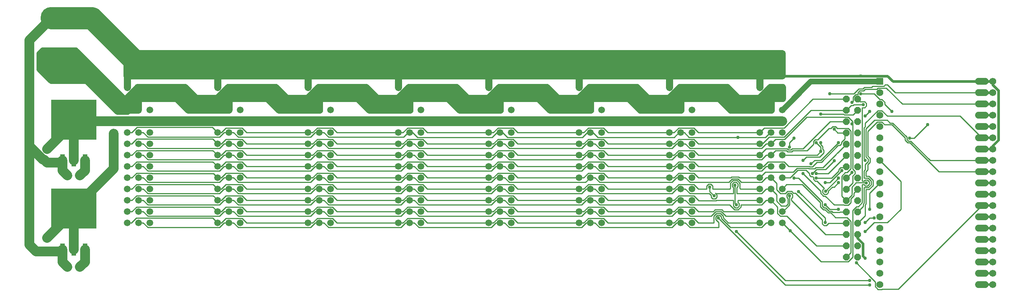
<source format=gbr>
G04 EAGLE Gerber RS-274X export*
G75*
%MOMM*%
%FSLAX34Y34*%
%LPD*%
%INTop Copper*%
%IPPOS*%
%AMOC8*
5,1,8,0,0,1.08239X$1,22.5*%
G01*
%ADD10R,1.508000X1.508000*%
%ADD11C,1.508000*%
%ADD12C,5.000000*%
%ADD13R,1.016000X2.692400*%
%ADD14R,10.160000X8.940800*%
%ADD15R,1.500000X1.270000*%
%ADD16R,1.600000X1.300000*%
%ADD17P,1.649562X8X112.500000*%
%ADD18R,1.560000X1.560000*%
%ADD19C,1.560000*%
%ADD20C,1.524000*%
%ADD21C,1.600000*%
%ADD22C,5.000000*%
%ADD23C,2.200000*%
%ADD24C,0.756400*%
%ADD25C,0.254000*%
%ADD26C,0.609600*%
%ADD27C,0.508000*%
%ADD28C,1.270000*%

G36*
X1723118Y532007D02*
X1723118Y532007D01*
X1723236Y532004D01*
X1723517Y532027D01*
X1723799Y532041D01*
X1723915Y532058D01*
X1724033Y532068D01*
X1724310Y532118D01*
X1724589Y532160D01*
X1724704Y532189D01*
X1724820Y532210D01*
X1725091Y532288D01*
X1725364Y532358D01*
X1725475Y532399D01*
X1725588Y532431D01*
X1725850Y532536D01*
X1726116Y532632D01*
X1726222Y532684D01*
X1726331Y532727D01*
X1726582Y532858D01*
X1726836Y532980D01*
X1726936Y533042D01*
X1727041Y533096D01*
X1727277Y533251D01*
X1727517Y533398D01*
X1727611Y533470D01*
X1727710Y533534D01*
X1727929Y533712D01*
X1728154Y533882D01*
X1728240Y533963D01*
X1728332Y534037D01*
X1728533Y534235D01*
X1728739Y534428D01*
X1728817Y534516D01*
X1728901Y534599D01*
X1729080Y534816D01*
X1729267Y535028D01*
X1729335Y535125D01*
X1729410Y535215D01*
X1729568Y535449D01*
X1729732Y535679D01*
X1729790Y535781D01*
X1729856Y535879D01*
X1729989Y536128D01*
X1730130Y536373D01*
X1730178Y536480D01*
X1730233Y536584D01*
X1730341Y536845D01*
X1730456Y537103D01*
X1730493Y537214D01*
X1730538Y537324D01*
X1730619Y537594D01*
X1730708Y537862D01*
X1730734Y537977D01*
X1730768Y538090D01*
X1730821Y538367D01*
X1730883Y538642D01*
X1730897Y538759D01*
X1730920Y538875D01*
X1730931Y539041D01*
X1730979Y539436D01*
X1730988Y539834D01*
X1730999Y540000D01*
X1730999Y590000D01*
X1730993Y590118D01*
X1730996Y590236D01*
X1730973Y590517D01*
X1730959Y590799D01*
X1730942Y590915D01*
X1730932Y591033D01*
X1730882Y591310D01*
X1730840Y591589D01*
X1730811Y591704D01*
X1730790Y591820D01*
X1730712Y592091D01*
X1730642Y592364D01*
X1730601Y592475D01*
X1730569Y592588D01*
X1730464Y592850D01*
X1730368Y593116D01*
X1730316Y593222D01*
X1730273Y593331D01*
X1730142Y593582D01*
X1730020Y593836D01*
X1729958Y593936D01*
X1729904Y594041D01*
X1729749Y594277D01*
X1729602Y594517D01*
X1729530Y594611D01*
X1729466Y594710D01*
X1729288Y594929D01*
X1729118Y595154D01*
X1729037Y595240D01*
X1728963Y595332D01*
X1728765Y595533D01*
X1728572Y595739D01*
X1728484Y595817D01*
X1728401Y595901D01*
X1728184Y596080D01*
X1727972Y596267D01*
X1727876Y596335D01*
X1727785Y596410D01*
X1727551Y596568D01*
X1727321Y596732D01*
X1727219Y596790D01*
X1727121Y596856D01*
X1726872Y596989D01*
X1726627Y597130D01*
X1726520Y597178D01*
X1726416Y597233D01*
X1726155Y597341D01*
X1725897Y597456D01*
X1725786Y597493D01*
X1725676Y597538D01*
X1725406Y597619D01*
X1725138Y597708D01*
X1725023Y597734D01*
X1724910Y597768D01*
X1724633Y597821D01*
X1724358Y597883D01*
X1724241Y597897D01*
X1724125Y597920D01*
X1723959Y597931D01*
X1723564Y597979D01*
X1723166Y597988D01*
X1723000Y597999D01*
X250000Y597999D01*
X249882Y597993D01*
X249765Y597996D01*
X249483Y597973D01*
X249201Y597959D01*
X249085Y597942D01*
X248967Y597932D01*
X248690Y597882D01*
X248411Y597840D01*
X248296Y597811D01*
X248180Y597790D01*
X247909Y597712D01*
X247636Y597642D01*
X247525Y597601D01*
X247412Y597569D01*
X247150Y597464D01*
X246885Y597368D01*
X246779Y597316D01*
X246669Y597273D01*
X246418Y597142D01*
X246164Y597020D01*
X246064Y596958D01*
X245959Y596904D01*
X245723Y596749D01*
X245483Y596602D01*
X245389Y596530D01*
X245290Y596466D01*
X245071Y596288D01*
X244846Y596118D01*
X244760Y596037D01*
X244668Y595963D01*
X244467Y595765D01*
X244261Y595572D01*
X244183Y595484D01*
X244099Y595401D01*
X243920Y595184D01*
X243733Y594972D01*
X243665Y594876D01*
X243590Y594785D01*
X243432Y594551D01*
X243268Y594321D01*
X243210Y594219D01*
X243144Y594121D01*
X243011Y593872D01*
X242870Y593627D01*
X242822Y593520D01*
X242767Y593416D01*
X242659Y593155D01*
X242544Y592897D01*
X242507Y592786D01*
X242462Y592676D01*
X242381Y592406D01*
X242292Y592138D01*
X242266Y592023D01*
X242232Y591910D01*
X242179Y591633D01*
X242117Y591358D01*
X242103Y591241D01*
X242080Y591125D01*
X242069Y590959D01*
X242021Y590564D01*
X242012Y590166D01*
X242001Y590000D01*
X242001Y540000D01*
X242007Y539882D01*
X242004Y539765D01*
X242027Y539483D01*
X242041Y539201D01*
X242058Y539085D01*
X242068Y538967D01*
X242118Y538690D01*
X242160Y538411D01*
X242189Y538296D01*
X242210Y538180D01*
X242288Y537909D01*
X242358Y537636D01*
X242399Y537525D01*
X242431Y537412D01*
X242536Y537150D01*
X242632Y536885D01*
X242684Y536779D01*
X242727Y536669D01*
X242858Y536418D01*
X242980Y536164D01*
X243042Y536064D01*
X243096Y535959D01*
X243251Y535723D01*
X243398Y535483D01*
X243470Y535389D01*
X243534Y535290D01*
X243712Y535071D01*
X243882Y534846D01*
X243963Y534760D01*
X244037Y534668D01*
X244235Y534467D01*
X244428Y534261D01*
X244516Y534183D01*
X244599Y534099D01*
X244816Y533920D01*
X245028Y533733D01*
X245125Y533665D01*
X245215Y533590D01*
X245449Y533432D01*
X245679Y533268D01*
X245781Y533210D01*
X245879Y533144D01*
X246128Y533011D01*
X246373Y532870D01*
X246480Y532822D01*
X246584Y532767D01*
X246845Y532659D01*
X247103Y532544D01*
X247214Y532507D01*
X247324Y532462D01*
X247594Y532381D01*
X247862Y532292D01*
X247977Y532266D01*
X248090Y532232D01*
X248367Y532179D01*
X248642Y532117D01*
X248759Y532103D01*
X248875Y532080D01*
X249041Y532069D01*
X249436Y532021D01*
X249834Y532012D01*
X250000Y532001D01*
X1723000Y532001D01*
X1723118Y532007D01*
G37*
G36*
X250118Y452007D02*
X250118Y452007D01*
X250236Y452004D01*
X250517Y452027D01*
X250799Y452041D01*
X250915Y452058D01*
X251033Y452068D01*
X251310Y452118D01*
X251589Y452160D01*
X251704Y452189D01*
X251820Y452210D01*
X252091Y452288D01*
X252364Y452358D01*
X252475Y452399D01*
X252588Y452431D01*
X252850Y452536D01*
X253116Y452632D01*
X253222Y452684D01*
X253331Y452727D01*
X253582Y452858D01*
X253836Y452980D01*
X253936Y453042D01*
X254041Y453096D01*
X254277Y453251D01*
X254517Y453398D01*
X254611Y453470D01*
X254710Y453534D01*
X254929Y453712D01*
X255154Y453882D01*
X255240Y453963D01*
X255332Y454037D01*
X255533Y454235D01*
X255739Y454428D01*
X255817Y454516D01*
X255901Y454599D01*
X256080Y454816D01*
X256242Y455001D01*
X275000Y455001D01*
X275118Y455007D01*
X275236Y455004D01*
X275517Y455027D01*
X275799Y455041D01*
X275915Y455058D01*
X276033Y455068D01*
X276310Y455118D01*
X276589Y455160D01*
X276704Y455189D01*
X276820Y455210D01*
X277091Y455288D01*
X277364Y455358D01*
X277475Y455399D01*
X277588Y455431D01*
X277850Y455536D01*
X278116Y455632D01*
X278222Y455684D01*
X278331Y455727D01*
X278582Y455858D01*
X278836Y455980D01*
X278936Y456042D01*
X279041Y456096D01*
X279277Y456251D01*
X279517Y456398D01*
X279611Y456470D01*
X279710Y456534D01*
X279929Y456712D01*
X280154Y456882D01*
X280240Y456963D01*
X280332Y457037D01*
X280533Y457235D01*
X280739Y457428D01*
X280817Y457516D01*
X280901Y457599D01*
X281080Y457816D01*
X281267Y458028D01*
X281335Y458125D01*
X281410Y458215D01*
X281568Y458449D01*
X281732Y458679D01*
X281790Y458781D01*
X281856Y458879D01*
X281989Y459128D01*
X282130Y459373D01*
X282178Y459480D01*
X282233Y459584D01*
X282341Y459845D01*
X282456Y460103D01*
X282493Y460214D01*
X282538Y460324D01*
X282619Y460594D01*
X282708Y460862D01*
X282734Y460977D01*
X282768Y461090D01*
X282821Y461367D01*
X282883Y461642D01*
X282897Y461759D01*
X282920Y461875D01*
X282931Y462041D01*
X282979Y462436D01*
X282988Y462834D01*
X282999Y463000D01*
X282999Y481001D01*
X358687Y481001D01*
X382344Y457344D01*
X382475Y457225D01*
X382599Y457099D01*
X382771Y456957D01*
X382937Y456807D01*
X383079Y456702D01*
X383215Y456590D01*
X383401Y456465D01*
X383580Y456333D01*
X383732Y456243D01*
X383879Y456144D01*
X384076Y456038D01*
X384268Y455925D01*
X384428Y455850D01*
X384584Y455767D01*
X384791Y455682D01*
X384993Y455587D01*
X385160Y455529D01*
X385324Y455462D01*
X385538Y455398D01*
X385748Y455324D01*
X385920Y455283D01*
X386090Y455232D01*
X386309Y455190D01*
X386526Y455138D01*
X386701Y455114D01*
X386875Y455080D01*
X387027Y455070D01*
X387319Y455030D01*
X387858Y455011D01*
X388000Y455001D01*
X479000Y455001D01*
X479118Y455007D01*
X479236Y455004D01*
X479517Y455027D01*
X479799Y455041D01*
X479915Y455058D01*
X480033Y455068D01*
X480310Y455118D01*
X480589Y455160D01*
X480704Y455189D01*
X480820Y455210D01*
X481091Y455288D01*
X481364Y455358D01*
X481475Y455399D01*
X481588Y455431D01*
X481850Y455536D01*
X482116Y455632D01*
X482222Y455684D01*
X482331Y455727D01*
X482582Y455858D01*
X482836Y455980D01*
X482936Y456042D01*
X483041Y456096D01*
X483277Y456251D01*
X483517Y456398D01*
X483611Y456470D01*
X483710Y456534D01*
X483929Y456712D01*
X484154Y456882D01*
X484240Y456963D01*
X484332Y457037D01*
X484533Y457235D01*
X484739Y457428D01*
X484817Y457516D01*
X484901Y457599D01*
X485080Y457816D01*
X485267Y458028D01*
X485335Y458125D01*
X485410Y458215D01*
X485568Y458449D01*
X485732Y458679D01*
X485790Y458781D01*
X485856Y458879D01*
X485989Y459128D01*
X486130Y459373D01*
X486178Y459480D01*
X486233Y459584D01*
X486341Y459845D01*
X486456Y460103D01*
X486493Y460214D01*
X486538Y460324D01*
X486619Y460594D01*
X486708Y460862D01*
X486734Y460977D01*
X486768Y461090D01*
X486821Y461367D01*
X486883Y461642D01*
X486897Y461759D01*
X486920Y461875D01*
X486931Y462041D01*
X486979Y462436D01*
X486988Y462834D01*
X486999Y463000D01*
X486999Y481001D01*
X562687Y481001D01*
X586344Y457344D01*
X586475Y457225D01*
X586599Y457099D01*
X586771Y456957D01*
X586937Y456807D01*
X587079Y456702D01*
X587215Y456590D01*
X587401Y456465D01*
X587580Y456333D01*
X587732Y456243D01*
X587879Y456144D01*
X588076Y456038D01*
X588268Y455925D01*
X588428Y455850D01*
X588584Y455767D01*
X588791Y455682D01*
X588993Y455587D01*
X589160Y455529D01*
X589324Y455462D01*
X589538Y455398D01*
X589748Y455324D01*
X589920Y455283D01*
X590090Y455232D01*
X590309Y455190D01*
X590526Y455138D01*
X590701Y455114D01*
X590875Y455080D01*
X591027Y455070D01*
X591319Y455030D01*
X591858Y455011D01*
X592000Y455001D01*
X683000Y455001D01*
X683118Y455007D01*
X683236Y455004D01*
X683517Y455027D01*
X683799Y455041D01*
X683915Y455058D01*
X684033Y455068D01*
X684310Y455118D01*
X684589Y455160D01*
X684704Y455189D01*
X684820Y455210D01*
X685091Y455288D01*
X685364Y455358D01*
X685475Y455399D01*
X685588Y455431D01*
X685850Y455536D01*
X686116Y455632D01*
X686222Y455684D01*
X686331Y455727D01*
X686582Y455858D01*
X686836Y455980D01*
X686936Y456042D01*
X687041Y456096D01*
X687277Y456251D01*
X687517Y456398D01*
X687611Y456470D01*
X687710Y456534D01*
X687929Y456712D01*
X688154Y456882D01*
X688240Y456963D01*
X688332Y457037D01*
X688533Y457235D01*
X688739Y457428D01*
X688817Y457516D01*
X688901Y457599D01*
X689080Y457816D01*
X689267Y458028D01*
X689335Y458125D01*
X689410Y458215D01*
X689568Y458449D01*
X689732Y458679D01*
X689790Y458781D01*
X689856Y458879D01*
X689989Y459128D01*
X690130Y459373D01*
X690178Y459480D01*
X690233Y459584D01*
X690341Y459845D01*
X690456Y460103D01*
X690493Y460214D01*
X690538Y460324D01*
X690619Y460594D01*
X690708Y460862D01*
X690734Y460977D01*
X690768Y461090D01*
X690821Y461367D01*
X690883Y461642D01*
X690897Y461759D01*
X690920Y461875D01*
X690931Y462041D01*
X690979Y462436D01*
X690988Y462834D01*
X690999Y463000D01*
X690999Y481001D01*
X765887Y481001D01*
X789544Y457344D01*
X789675Y457225D01*
X789799Y457099D01*
X789971Y456957D01*
X790137Y456807D01*
X790279Y456702D01*
X790415Y456590D01*
X790601Y456465D01*
X790780Y456333D01*
X790932Y456243D01*
X791079Y456144D01*
X791276Y456038D01*
X791468Y455925D01*
X791628Y455850D01*
X791784Y455767D01*
X791991Y455682D01*
X792193Y455587D01*
X792360Y455529D01*
X792524Y455462D01*
X792738Y455398D01*
X792948Y455324D01*
X793120Y455283D01*
X793290Y455232D01*
X793509Y455190D01*
X793726Y455138D01*
X793901Y455114D01*
X794075Y455080D01*
X794227Y455070D01*
X794519Y455030D01*
X795058Y455011D01*
X795200Y455001D01*
X886200Y455001D01*
X886318Y455007D01*
X886436Y455004D01*
X886717Y455027D01*
X886999Y455041D01*
X887115Y455058D01*
X887233Y455068D01*
X887510Y455118D01*
X887789Y455160D01*
X887904Y455189D01*
X888020Y455210D01*
X888291Y455288D01*
X888564Y455358D01*
X888675Y455399D01*
X888788Y455431D01*
X889050Y455536D01*
X889316Y455632D01*
X889422Y455684D01*
X889531Y455727D01*
X889782Y455858D01*
X890036Y455980D01*
X890136Y456042D01*
X890241Y456096D01*
X890477Y456251D01*
X890717Y456398D01*
X890811Y456470D01*
X890910Y456534D01*
X891129Y456712D01*
X891354Y456882D01*
X891440Y456963D01*
X891532Y457037D01*
X891733Y457235D01*
X891939Y457428D01*
X892017Y457516D01*
X892101Y457599D01*
X892280Y457816D01*
X892467Y458028D01*
X892535Y458125D01*
X892610Y458215D01*
X892768Y458449D01*
X892932Y458679D01*
X892990Y458781D01*
X893056Y458879D01*
X893189Y459128D01*
X893330Y459373D01*
X893378Y459480D01*
X893433Y459584D01*
X893541Y459845D01*
X893656Y460103D01*
X893693Y460214D01*
X893738Y460324D01*
X893819Y460594D01*
X893908Y460862D01*
X893934Y460977D01*
X893968Y461090D01*
X894021Y461367D01*
X894083Y461642D01*
X894097Y461759D01*
X894120Y461875D01*
X894131Y462041D01*
X894179Y462436D01*
X894188Y462834D01*
X894199Y463000D01*
X894199Y481001D01*
X969087Y481001D01*
X992744Y457344D01*
X992875Y457225D01*
X992999Y457099D01*
X993171Y456957D01*
X993337Y456807D01*
X993479Y456702D01*
X993615Y456590D01*
X993801Y456465D01*
X993980Y456333D01*
X994132Y456243D01*
X994279Y456144D01*
X994476Y456038D01*
X994668Y455925D01*
X994828Y455850D01*
X994984Y455767D01*
X995191Y455682D01*
X995393Y455587D01*
X995560Y455529D01*
X995724Y455462D01*
X995938Y455398D01*
X996148Y455324D01*
X996320Y455283D01*
X996490Y455232D01*
X996709Y455190D01*
X996926Y455138D01*
X997101Y455114D01*
X997275Y455080D01*
X997427Y455070D01*
X997719Y455030D01*
X998258Y455011D01*
X998400Y455001D01*
X1089400Y455001D01*
X1089518Y455007D01*
X1089636Y455004D01*
X1089917Y455027D01*
X1090199Y455041D01*
X1090315Y455058D01*
X1090433Y455068D01*
X1090710Y455118D01*
X1090989Y455160D01*
X1091104Y455189D01*
X1091220Y455210D01*
X1091491Y455288D01*
X1091764Y455358D01*
X1091875Y455399D01*
X1091988Y455431D01*
X1092250Y455536D01*
X1092516Y455632D01*
X1092622Y455684D01*
X1092731Y455727D01*
X1092982Y455858D01*
X1093236Y455980D01*
X1093336Y456042D01*
X1093441Y456096D01*
X1093677Y456251D01*
X1093917Y456398D01*
X1094011Y456470D01*
X1094110Y456534D01*
X1094329Y456712D01*
X1094554Y456882D01*
X1094640Y456963D01*
X1094732Y457037D01*
X1094933Y457235D01*
X1095139Y457428D01*
X1095217Y457516D01*
X1095301Y457599D01*
X1095480Y457816D01*
X1095667Y458028D01*
X1095735Y458125D01*
X1095810Y458215D01*
X1095968Y458449D01*
X1096132Y458679D01*
X1096190Y458781D01*
X1096256Y458879D01*
X1096389Y459128D01*
X1096530Y459373D01*
X1096578Y459480D01*
X1096633Y459584D01*
X1096741Y459845D01*
X1096856Y460103D01*
X1096893Y460214D01*
X1096938Y460324D01*
X1097019Y460594D01*
X1097108Y460862D01*
X1097134Y460977D01*
X1097168Y461090D01*
X1097221Y461367D01*
X1097283Y461642D01*
X1097297Y461759D01*
X1097320Y461875D01*
X1097331Y462041D01*
X1097379Y462436D01*
X1097388Y462834D01*
X1097399Y463000D01*
X1097399Y481001D01*
X1172287Y481001D01*
X1195944Y457344D01*
X1196075Y457225D01*
X1196199Y457099D01*
X1196371Y456957D01*
X1196537Y456807D01*
X1196679Y456702D01*
X1196815Y456590D01*
X1197001Y456465D01*
X1197180Y456333D01*
X1197332Y456243D01*
X1197479Y456144D01*
X1197676Y456038D01*
X1197868Y455925D01*
X1198028Y455850D01*
X1198184Y455767D01*
X1198391Y455682D01*
X1198593Y455587D01*
X1198760Y455529D01*
X1198924Y455462D01*
X1199138Y455398D01*
X1199348Y455324D01*
X1199520Y455283D01*
X1199690Y455232D01*
X1199909Y455190D01*
X1200126Y455138D01*
X1200301Y455114D01*
X1200475Y455080D01*
X1200627Y455070D01*
X1200919Y455030D01*
X1201458Y455011D01*
X1201600Y455001D01*
X1292600Y455001D01*
X1292718Y455007D01*
X1292836Y455004D01*
X1293117Y455027D01*
X1293399Y455041D01*
X1293515Y455058D01*
X1293633Y455068D01*
X1293910Y455118D01*
X1294189Y455160D01*
X1294304Y455189D01*
X1294420Y455210D01*
X1294691Y455288D01*
X1294964Y455358D01*
X1295075Y455399D01*
X1295188Y455431D01*
X1295450Y455536D01*
X1295716Y455632D01*
X1295822Y455684D01*
X1295931Y455727D01*
X1296182Y455858D01*
X1296436Y455980D01*
X1296536Y456042D01*
X1296641Y456096D01*
X1296877Y456251D01*
X1297117Y456398D01*
X1297211Y456470D01*
X1297310Y456534D01*
X1297529Y456712D01*
X1297754Y456882D01*
X1297840Y456963D01*
X1297932Y457037D01*
X1298133Y457235D01*
X1298339Y457428D01*
X1298417Y457516D01*
X1298501Y457599D01*
X1298680Y457816D01*
X1298867Y458028D01*
X1298935Y458125D01*
X1299010Y458215D01*
X1299168Y458449D01*
X1299332Y458679D01*
X1299390Y458781D01*
X1299456Y458879D01*
X1299589Y459128D01*
X1299730Y459373D01*
X1299778Y459480D01*
X1299833Y459584D01*
X1299941Y459845D01*
X1300056Y460103D01*
X1300093Y460214D01*
X1300138Y460324D01*
X1300219Y460594D01*
X1300308Y460862D01*
X1300334Y460977D01*
X1300368Y461090D01*
X1300421Y461367D01*
X1300483Y461642D01*
X1300497Y461759D01*
X1300520Y461875D01*
X1300531Y462041D01*
X1300579Y462436D01*
X1300588Y462834D01*
X1300599Y463000D01*
X1300599Y481001D01*
X1375287Y481001D01*
X1398944Y457344D01*
X1399075Y457225D01*
X1399199Y457099D01*
X1399371Y456957D01*
X1399537Y456807D01*
X1399679Y456702D01*
X1399815Y456590D01*
X1400001Y456465D01*
X1400180Y456333D01*
X1400332Y456243D01*
X1400479Y456144D01*
X1400676Y456038D01*
X1400868Y455925D01*
X1401028Y455850D01*
X1401184Y455767D01*
X1401391Y455682D01*
X1401593Y455587D01*
X1401760Y455529D01*
X1401924Y455462D01*
X1402138Y455398D01*
X1402348Y455324D01*
X1402520Y455283D01*
X1402690Y455232D01*
X1402909Y455190D01*
X1403126Y455138D01*
X1403301Y455114D01*
X1403475Y455080D01*
X1403627Y455070D01*
X1403919Y455030D01*
X1404458Y455011D01*
X1404600Y455001D01*
X1495600Y455001D01*
X1495718Y455007D01*
X1495836Y455004D01*
X1496117Y455027D01*
X1496399Y455041D01*
X1496515Y455058D01*
X1496633Y455068D01*
X1496910Y455118D01*
X1497189Y455160D01*
X1497304Y455189D01*
X1497420Y455210D01*
X1497691Y455288D01*
X1497964Y455358D01*
X1498075Y455399D01*
X1498188Y455431D01*
X1498450Y455536D01*
X1498716Y455632D01*
X1498822Y455684D01*
X1498931Y455727D01*
X1499182Y455858D01*
X1499436Y455980D01*
X1499536Y456042D01*
X1499641Y456096D01*
X1499877Y456251D01*
X1500117Y456398D01*
X1500211Y456470D01*
X1500310Y456534D01*
X1500529Y456712D01*
X1500754Y456882D01*
X1500840Y456963D01*
X1500932Y457037D01*
X1501133Y457235D01*
X1501339Y457428D01*
X1501417Y457516D01*
X1501501Y457599D01*
X1501680Y457816D01*
X1501867Y458028D01*
X1501935Y458125D01*
X1502010Y458215D01*
X1502168Y458449D01*
X1502332Y458679D01*
X1502390Y458781D01*
X1502456Y458879D01*
X1502589Y459128D01*
X1502730Y459373D01*
X1502778Y459480D01*
X1502833Y459584D01*
X1502941Y459845D01*
X1503056Y460103D01*
X1503093Y460214D01*
X1503138Y460324D01*
X1503219Y460594D01*
X1503308Y460862D01*
X1503334Y460977D01*
X1503368Y461090D01*
X1503421Y461367D01*
X1503483Y461642D01*
X1503497Y461759D01*
X1503520Y461875D01*
X1503531Y462041D01*
X1503579Y462436D01*
X1503588Y462834D01*
X1503599Y463000D01*
X1503599Y481001D01*
X1578487Y481001D01*
X1602144Y457344D01*
X1602275Y457225D01*
X1602399Y457099D01*
X1602571Y456957D01*
X1602737Y456807D01*
X1602879Y456702D01*
X1603015Y456590D01*
X1603201Y456465D01*
X1603380Y456333D01*
X1603532Y456243D01*
X1603679Y456144D01*
X1603876Y456038D01*
X1604068Y455925D01*
X1604228Y455850D01*
X1604384Y455767D01*
X1604591Y455682D01*
X1604793Y455587D01*
X1604960Y455529D01*
X1605124Y455462D01*
X1605338Y455398D01*
X1605548Y455324D01*
X1605720Y455283D01*
X1605890Y455232D01*
X1606109Y455190D01*
X1606326Y455138D01*
X1606501Y455114D01*
X1606675Y455080D01*
X1606827Y455070D01*
X1607119Y455030D01*
X1607658Y455011D01*
X1607800Y455001D01*
X1698800Y455001D01*
X1698918Y455007D01*
X1699036Y455004D01*
X1699317Y455027D01*
X1699599Y455041D01*
X1699715Y455058D01*
X1699833Y455068D01*
X1700110Y455118D01*
X1700389Y455160D01*
X1700504Y455189D01*
X1700620Y455210D01*
X1700891Y455288D01*
X1701164Y455358D01*
X1701275Y455399D01*
X1701388Y455431D01*
X1701650Y455536D01*
X1701916Y455632D01*
X1702022Y455684D01*
X1702131Y455727D01*
X1702382Y455858D01*
X1702636Y455980D01*
X1702736Y456042D01*
X1702841Y456096D01*
X1703077Y456251D01*
X1703317Y456398D01*
X1703411Y456470D01*
X1703510Y456534D01*
X1703729Y456712D01*
X1703954Y456882D01*
X1704040Y456963D01*
X1704132Y457037D01*
X1704333Y457235D01*
X1704539Y457428D01*
X1704617Y457516D01*
X1704701Y457599D01*
X1704880Y457816D01*
X1705067Y458028D01*
X1705135Y458125D01*
X1705210Y458215D01*
X1705368Y458449D01*
X1705532Y458679D01*
X1705590Y458781D01*
X1705656Y458879D01*
X1705789Y459128D01*
X1705930Y459373D01*
X1705978Y459480D01*
X1706033Y459584D01*
X1706141Y459845D01*
X1706256Y460103D01*
X1706293Y460214D01*
X1706338Y460324D01*
X1706419Y460594D01*
X1706508Y460862D01*
X1706534Y460977D01*
X1706568Y461090D01*
X1706621Y461367D01*
X1706683Y461642D01*
X1706697Y461759D01*
X1706720Y461875D01*
X1706731Y462041D01*
X1706779Y462436D01*
X1706788Y462834D01*
X1706799Y463000D01*
X1706799Y481001D01*
X1723800Y481001D01*
X1723918Y481007D01*
X1724036Y481004D01*
X1724317Y481027D01*
X1724599Y481041D01*
X1724715Y481058D01*
X1724833Y481068D01*
X1725110Y481118D01*
X1725389Y481160D01*
X1725504Y481189D01*
X1725620Y481210D01*
X1725891Y481288D01*
X1726164Y481358D01*
X1726275Y481399D01*
X1726388Y481431D01*
X1726650Y481536D01*
X1726916Y481632D01*
X1727022Y481684D01*
X1727131Y481727D01*
X1727382Y481858D01*
X1727636Y481980D01*
X1727736Y482042D01*
X1727841Y482096D01*
X1728077Y482251D01*
X1728317Y482398D01*
X1728411Y482470D01*
X1728510Y482534D01*
X1728729Y482712D01*
X1728954Y482882D01*
X1729040Y482963D01*
X1729132Y483037D01*
X1729333Y483235D01*
X1729539Y483428D01*
X1729617Y483516D01*
X1729701Y483599D01*
X1729880Y483816D01*
X1730067Y484028D01*
X1730135Y484125D01*
X1730210Y484215D01*
X1730368Y484449D01*
X1730532Y484679D01*
X1730590Y484781D01*
X1730656Y484879D01*
X1730789Y485128D01*
X1730930Y485373D01*
X1730978Y485480D01*
X1731033Y485584D01*
X1731141Y485845D01*
X1731256Y486103D01*
X1731293Y486214D01*
X1731338Y486324D01*
X1731419Y486594D01*
X1731508Y486862D01*
X1731534Y486977D01*
X1731568Y487090D01*
X1731621Y487367D01*
X1731683Y487642D01*
X1731697Y487759D01*
X1731720Y487875D01*
X1731731Y488041D01*
X1731779Y488436D01*
X1731788Y488834D01*
X1731799Y489000D01*
X1731799Y514000D01*
X1731793Y514118D01*
X1731796Y514236D01*
X1731773Y514517D01*
X1731759Y514799D01*
X1731742Y514915D01*
X1731732Y515033D01*
X1731682Y515310D01*
X1731640Y515589D01*
X1731611Y515704D01*
X1731590Y515820D01*
X1731512Y516091D01*
X1731442Y516364D01*
X1731401Y516475D01*
X1731369Y516588D01*
X1731264Y516850D01*
X1731168Y517116D01*
X1731116Y517222D01*
X1731073Y517331D01*
X1730942Y517582D01*
X1730820Y517836D01*
X1730758Y517936D01*
X1730704Y518041D01*
X1730549Y518277D01*
X1730402Y518517D01*
X1730330Y518611D01*
X1730266Y518710D01*
X1730088Y518929D01*
X1729918Y519154D01*
X1729837Y519240D01*
X1729763Y519332D01*
X1729565Y519533D01*
X1729372Y519739D01*
X1729284Y519817D01*
X1729201Y519901D01*
X1728984Y520080D01*
X1728772Y520267D01*
X1728676Y520335D01*
X1728585Y520410D01*
X1728351Y520568D01*
X1728121Y520732D01*
X1728019Y520790D01*
X1727921Y520856D01*
X1727672Y520989D01*
X1727427Y521130D01*
X1727320Y521178D01*
X1727216Y521233D01*
X1726955Y521341D01*
X1726697Y521456D01*
X1726586Y521493D01*
X1726476Y521538D01*
X1726206Y521619D01*
X1725938Y521708D01*
X1725823Y521734D01*
X1725710Y521768D01*
X1725433Y521821D01*
X1725158Y521883D01*
X1725041Y521897D01*
X1724925Y521920D01*
X1724759Y521931D01*
X1724364Y521979D01*
X1723966Y521988D01*
X1723800Y521999D01*
X1698800Y521999D01*
X1698623Y521990D01*
X1698447Y521991D01*
X1698225Y521970D01*
X1698001Y521959D01*
X1697911Y521946D01*
X1697881Y521951D01*
X1697663Y521964D01*
X1697447Y521987D01*
X1697264Y521988D01*
X1697083Y521999D01*
X1696865Y521990D01*
X1696647Y521991D01*
X1696465Y521974D01*
X1696284Y521967D01*
X1696068Y521937D01*
X1695851Y521916D01*
X1695672Y521881D01*
X1695492Y521856D01*
X1695280Y521804D01*
X1695066Y521762D01*
X1694891Y521709D01*
X1694715Y521666D01*
X1694510Y521593D01*
X1694301Y521530D01*
X1694132Y521460D01*
X1693961Y521399D01*
X1693764Y521307D01*
X1693562Y521223D01*
X1693402Y521136D01*
X1693237Y521059D01*
X1693050Y520947D01*
X1692858Y520844D01*
X1692708Y520742D01*
X1692551Y520648D01*
X1692376Y520518D01*
X1692196Y520396D01*
X1692096Y520309D01*
X1691910Y520171D01*
X1691394Y519700D01*
X1691344Y519656D01*
X1668687Y496999D01*
X1628113Y496999D01*
X1605456Y519656D01*
X1605325Y519775D01*
X1605201Y519901D01*
X1605029Y520043D01*
X1604863Y520193D01*
X1604721Y520298D01*
X1604585Y520410D01*
X1604399Y520535D01*
X1604220Y520667D01*
X1604068Y520757D01*
X1603921Y520856D01*
X1603724Y520962D01*
X1603532Y521075D01*
X1603372Y521150D01*
X1603216Y521233D01*
X1603009Y521318D01*
X1602807Y521413D01*
X1602640Y521471D01*
X1602476Y521538D01*
X1602262Y521602D01*
X1602052Y521676D01*
X1601880Y521717D01*
X1601710Y521768D01*
X1601491Y521810D01*
X1601274Y521862D01*
X1601099Y521886D01*
X1600925Y521920D01*
X1600773Y521930D01*
X1600481Y521970D01*
X1599942Y521989D01*
X1599800Y521999D01*
X1493800Y521999D01*
X1493623Y521990D01*
X1493447Y521991D01*
X1493225Y521970D01*
X1493001Y521959D01*
X1492826Y521933D01*
X1492651Y521916D01*
X1492431Y521873D01*
X1492211Y521840D01*
X1492040Y521796D01*
X1491866Y521762D01*
X1491652Y521697D01*
X1491436Y521642D01*
X1491270Y521581D01*
X1491101Y521530D01*
X1490894Y521444D01*
X1490685Y521368D01*
X1490526Y521291D01*
X1490362Y521223D01*
X1490165Y521117D01*
X1489964Y521020D01*
X1489814Y520927D01*
X1489658Y520844D01*
X1489473Y520719D01*
X1489283Y520602D01*
X1489142Y520495D01*
X1488996Y520396D01*
X1488881Y520296D01*
X1488646Y520118D01*
X1488251Y519749D01*
X1488144Y519656D01*
X1465487Y496999D01*
X1424913Y496999D01*
X1402256Y519656D01*
X1402125Y519775D01*
X1402001Y519901D01*
X1401829Y520043D01*
X1401663Y520193D01*
X1401521Y520298D01*
X1401385Y520410D01*
X1401199Y520535D01*
X1401020Y520667D01*
X1400868Y520757D01*
X1400721Y520856D01*
X1400524Y520962D01*
X1400332Y521075D01*
X1400172Y521150D01*
X1400016Y521233D01*
X1399809Y521318D01*
X1399607Y521413D01*
X1399440Y521471D01*
X1399276Y521538D01*
X1399062Y521602D01*
X1398852Y521676D01*
X1398680Y521717D01*
X1398510Y521768D01*
X1398291Y521810D01*
X1398074Y521862D01*
X1397899Y521886D01*
X1397725Y521920D01*
X1397573Y521930D01*
X1397281Y521970D01*
X1396742Y521989D01*
X1396600Y521999D01*
X1290600Y521999D01*
X1290423Y521990D01*
X1290247Y521991D01*
X1290025Y521970D01*
X1289801Y521959D01*
X1289626Y521933D01*
X1289451Y521916D01*
X1289231Y521873D01*
X1289011Y521840D01*
X1288840Y521796D01*
X1288666Y521762D01*
X1288452Y521697D01*
X1288236Y521642D01*
X1288070Y521581D01*
X1287901Y521530D01*
X1287694Y521444D01*
X1287485Y521368D01*
X1287326Y521291D01*
X1287162Y521223D01*
X1286965Y521117D01*
X1286764Y521020D01*
X1286614Y520927D01*
X1286458Y520844D01*
X1286273Y520719D01*
X1286083Y520602D01*
X1285942Y520495D01*
X1285796Y520396D01*
X1285681Y520296D01*
X1285446Y520118D01*
X1285051Y519749D01*
X1284944Y519656D01*
X1262287Y496999D01*
X1221913Y496999D01*
X1199256Y519656D01*
X1199125Y519775D01*
X1199001Y519901D01*
X1198829Y520043D01*
X1198663Y520193D01*
X1198521Y520298D01*
X1198385Y520410D01*
X1198199Y520535D01*
X1198020Y520667D01*
X1197868Y520757D01*
X1197721Y520856D01*
X1197524Y520962D01*
X1197332Y521075D01*
X1197172Y521150D01*
X1197016Y521233D01*
X1196809Y521318D01*
X1196607Y521413D01*
X1196440Y521471D01*
X1196276Y521538D01*
X1196062Y521602D01*
X1195852Y521676D01*
X1195680Y521717D01*
X1195510Y521768D01*
X1195291Y521810D01*
X1195074Y521862D01*
X1194899Y521886D01*
X1194725Y521920D01*
X1194573Y521930D01*
X1194281Y521970D01*
X1193742Y521989D01*
X1193600Y521999D01*
X1087600Y521999D01*
X1087423Y521990D01*
X1087247Y521991D01*
X1087025Y521970D01*
X1086801Y521959D01*
X1086626Y521933D01*
X1086451Y521916D01*
X1086231Y521873D01*
X1086011Y521840D01*
X1085840Y521796D01*
X1085666Y521762D01*
X1085452Y521697D01*
X1085236Y521642D01*
X1085070Y521581D01*
X1084901Y521530D01*
X1084694Y521444D01*
X1084485Y521368D01*
X1084326Y521291D01*
X1084162Y521223D01*
X1083965Y521117D01*
X1083764Y521020D01*
X1083614Y520927D01*
X1083458Y520844D01*
X1083273Y520719D01*
X1083083Y520602D01*
X1082942Y520495D01*
X1082796Y520396D01*
X1082681Y520296D01*
X1082446Y520118D01*
X1082051Y519749D01*
X1081944Y519656D01*
X1059287Y496999D01*
X1018713Y496999D01*
X996056Y519656D01*
X995925Y519775D01*
X995801Y519901D01*
X995629Y520043D01*
X995463Y520193D01*
X995321Y520298D01*
X995185Y520410D01*
X994999Y520535D01*
X994820Y520667D01*
X994668Y520757D01*
X994521Y520856D01*
X994324Y520962D01*
X994132Y521075D01*
X993972Y521150D01*
X993816Y521233D01*
X993609Y521318D01*
X993407Y521413D01*
X993240Y521471D01*
X993076Y521538D01*
X992862Y521602D01*
X992652Y521676D01*
X992480Y521717D01*
X992310Y521768D01*
X992091Y521810D01*
X991874Y521862D01*
X991699Y521886D01*
X991525Y521920D01*
X991373Y521930D01*
X991081Y521970D01*
X990542Y521989D01*
X990400Y521999D01*
X884400Y521999D01*
X884223Y521990D01*
X884047Y521991D01*
X883825Y521970D01*
X883601Y521959D01*
X883426Y521933D01*
X883251Y521916D01*
X883031Y521873D01*
X882811Y521840D01*
X882640Y521796D01*
X882466Y521762D01*
X882252Y521697D01*
X882036Y521642D01*
X881870Y521581D01*
X881701Y521530D01*
X881494Y521444D01*
X881285Y521368D01*
X881126Y521291D01*
X880962Y521223D01*
X880765Y521117D01*
X880564Y521020D01*
X880414Y520927D01*
X880258Y520844D01*
X880073Y520719D01*
X879883Y520602D01*
X879742Y520495D01*
X879596Y520396D01*
X879481Y520296D01*
X879246Y520118D01*
X878851Y519749D01*
X878744Y519656D01*
X856087Y496999D01*
X815513Y496999D01*
X792856Y519656D01*
X792725Y519775D01*
X792601Y519901D01*
X792429Y520043D01*
X792263Y520193D01*
X792121Y520298D01*
X791985Y520410D01*
X791799Y520535D01*
X791620Y520667D01*
X791468Y520757D01*
X791321Y520856D01*
X791124Y520962D01*
X790932Y521075D01*
X790772Y521150D01*
X790616Y521233D01*
X790409Y521318D01*
X790207Y521413D01*
X790040Y521471D01*
X789876Y521538D01*
X789662Y521602D01*
X789452Y521676D01*
X789280Y521717D01*
X789110Y521768D01*
X788891Y521810D01*
X788674Y521862D01*
X788499Y521886D01*
X788325Y521920D01*
X788173Y521930D01*
X787881Y521970D01*
X787342Y521989D01*
X787200Y521999D01*
X681200Y521999D01*
X681023Y521990D01*
X680847Y521991D01*
X680625Y521970D01*
X680401Y521959D01*
X680226Y521933D01*
X680051Y521916D01*
X679831Y521873D01*
X679611Y521840D01*
X679440Y521796D01*
X679266Y521762D01*
X679052Y521697D01*
X678836Y521642D01*
X678670Y521581D01*
X678501Y521530D01*
X678294Y521444D01*
X678085Y521368D01*
X677926Y521291D01*
X677762Y521223D01*
X677565Y521117D01*
X677364Y521020D01*
X677214Y520927D01*
X677058Y520844D01*
X676873Y520719D01*
X676683Y520602D01*
X676542Y520495D01*
X676396Y520396D01*
X676281Y520296D01*
X676046Y520118D01*
X675651Y519749D01*
X675544Y519656D01*
X652887Y496999D01*
X612313Y496999D01*
X589656Y519656D01*
X589525Y519775D01*
X589401Y519901D01*
X589229Y520043D01*
X589063Y520193D01*
X588921Y520298D01*
X588785Y520410D01*
X588599Y520535D01*
X588420Y520667D01*
X588268Y520757D01*
X588121Y520856D01*
X587924Y520962D01*
X587732Y521075D01*
X587572Y521150D01*
X587416Y521233D01*
X587209Y521318D01*
X587007Y521413D01*
X586840Y521471D01*
X586676Y521538D01*
X586462Y521602D01*
X586252Y521676D01*
X586080Y521717D01*
X585910Y521768D01*
X585691Y521810D01*
X585474Y521862D01*
X585299Y521886D01*
X585125Y521920D01*
X584973Y521930D01*
X584681Y521970D01*
X584142Y521989D01*
X584000Y521999D01*
X478000Y521999D01*
X477823Y521990D01*
X477647Y521991D01*
X477425Y521970D01*
X477201Y521959D01*
X477026Y521933D01*
X476851Y521916D01*
X476631Y521873D01*
X476411Y521840D01*
X476240Y521796D01*
X476066Y521762D01*
X475852Y521697D01*
X475636Y521642D01*
X475470Y521581D01*
X475301Y521530D01*
X475094Y521444D01*
X474885Y521368D01*
X474726Y521291D01*
X474562Y521223D01*
X474365Y521117D01*
X474164Y521020D01*
X474014Y520927D01*
X473858Y520844D01*
X473673Y520719D01*
X473483Y520602D01*
X473342Y520495D01*
X473196Y520396D01*
X473081Y520296D01*
X472846Y520118D01*
X472451Y519749D01*
X472344Y519656D01*
X449687Y496999D01*
X408313Y496999D01*
X385656Y519656D01*
X385525Y519775D01*
X385401Y519901D01*
X385229Y520043D01*
X385063Y520193D01*
X384921Y520298D01*
X384785Y520410D01*
X384599Y520535D01*
X384420Y520667D01*
X384268Y520757D01*
X384121Y520856D01*
X383924Y520962D01*
X383732Y521075D01*
X383572Y521150D01*
X383416Y521233D01*
X383209Y521318D01*
X383007Y521413D01*
X382840Y521471D01*
X382676Y521538D01*
X382462Y521602D01*
X382252Y521676D01*
X382080Y521717D01*
X381910Y521768D01*
X381691Y521810D01*
X381474Y521862D01*
X381299Y521886D01*
X381125Y521920D01*
X380973Y521930D01*
X380681Y521970D01*
X380142Y521989D01*
X380000Y521999D01*
X274000Y521999D01*
X273823Y521990D01*
X273647Y521991D01*
X273425Y521970D01*
X273201Y521959D01*
X273026Y521933D01*
X272851Y521916D01*
X272631Y521873D01*
X272411Y521840D01*
X272240Y521796D01*
X272066Y521762D01*
X271852Y521697D01*
X271636Y521642D01*
X271470Y521581D01*
X271301Y521530D01*
X271094Y521444D01*
X270885Y521368D01*
X270726Y521291D01*
X270562Y521223D01*
X270365Y521117D01*
X270164Y521020D01*
X270014Y520927D01*
X269858Y520844D01*
X269673Y520719D01*
X269483Y520602D01*
X269342Y520495D01*
X269196Y520396D01*
X269081Y520296D01*
X268846Y520118D01*
X268451Y519749D01*
X268344Y519656D01*
X259541Y510854D01*
X259403Y510701D01*
X259257Y510555D01*
X259135Y510405D01*
X259005Y510261D01*
X258882Y510095D01*
X258752Y509935D01*
X258645Y509773D01*
X258530Y509617D01*
X258425Y509440D01*
X258311Y509268D01*
X258249Y509144D01*
X258155Y508985D01*
X255322Y506152D01*
X255319Y506150D01*
X255142Y506044D01*
X254961Y505946D01*
X254800Y505838D01*
X254634Y505737D01*
X254469Y505614D01*
X254298Y505498D01*
X254193Y505407D01*
X253994Y505258D01*
X253520Y504823D01*
X253446Y504759D01*
X245000Y496313D01*
X139656Y601656D01*
X139527Y601773D01*
X139414Y601888D01*
X139413Y601889D01*
X139401Y601901D01*
X139229Y602043D01*
X139063Y602193D01*
X138921Y602298D01*
X138785Y602410D01*
X138599Y602535D01*
X138420Y602667D01*
X138268Y602757D01*
X138121Y602856D01*
X137924Y602962D01*
X137732Y603075D01*
X137572Y603150D01*
X137416Y603233D01*
X137209Y603318D01*
X137007Y603413D01*
X136840Y603471D01*
X136676Y603538D01*
X136462Y603602D01*
X136252Y603676D01*
X136080Y603717D01*
X135910Y603768D01*
X135691Y603810D01*
X135474Y603862D01*
X135299Y603886D01*
X135125Y603920D01*
X134973Y603930D01*
X134681Y603970D01*
X134142Y603989D01*
X134000Y603999D01*
X61000Y603999D01*
X60823Y603990D01*
X60647Y603991D01*
X60425Y603970D01*
X60201Y603959D01*
X60026Y603933D01*
X59851Y603916D01*
X59631Y603873D01*
X59411Y603840D01*
X59240Y603796D01*
X59066Y603762D01*
X58852Y603697D01*
X58636Y603642D01*
X58470Y603581D01*
X58301Y603530D01*
X58094Y603444D01*
X57885Y603368D01*
X57726Y603291D01*
X57562Y603223D01*
X57365Y603117D01*
X57164Y603020D01*
X57014Y602927D01*
X56858Y602844D01*
X56673Y602719D01*
X56483Y602602D01*
X56342Y602495D01*
X56196Y602396D01*
X56081Y602296D01*
X55846Y602118D01*
X55451Y601749D01*
X55344Y601656D01*
X48344Y594656D01*
X48225Y594525D01*
X48099Y594401D01*
X47957Y594229D01*
X47807Y594063D01*
X47702Y593921D01*
X47590Y593785D01*
X47465Y593599D01*
X47333Y593420D01*
X47243Y593268D01*
X47144Y593121D01*
X47038Y592924D01*
X46925Y592732D01*
X46850Y592572D01*
X46767Y592416D01*
X46682Y592209D01*
X46587Y592007D01*
X46529Y591840D01*
X46462Y591676D01*
X46398Y591462D01*
X46324Y591252D01*
X46283Y591080D01*
X46232Y590910D01*
X46190Y590691D01*
X46138Y590474D01*
X46114Y590299D01*
X46080Y590125D01*
X46070Y589973D01*
X46030Y589681D01*
X46011Y589142D01*
X46001Y589000D01*
X46001Y556000D01*
X46010Y555823D01*
X46009Y555647D01*
X46030Y555425D01*
X46041Y555201D01*
X46067Y555026D01*
X46084Y554851D01*
X46127Y554631D01*
X46160Y554411D01*
X46204Y554240D01*
X46238Y554066D01*
X46303Y553852D01*
X46358Y553636D01*
X46419Y553470D01*
X46470Y553301D01*
X46556Y553094D01*
X46632Y552885D01*
X46709Y552726D01*
X46733Y552669D01*
X46736Y552660D01*
X46737Y552658D01*
X46777Y552562D01*
X46883Y552365D01*
X46980Y552164D01*
X47070Y552018D01*
X47105Y551950D01*
X47114Y551937D01*
X47157Y551858D01*
X47281Y551673D01*
X47398Y551483D01*
X47492Y551360D01*
X47543Y551281D01*
X47563Y551257D01*
X47604Y551196D01*
X47704Y551081D01*
X47882Y550846D01*
X47976Y550746D01*
X48046Y550659D01*
X48234Y550469D01*
X48251Y550451D01*
X48344Y550344D01*
X74344Y524344D01*
X74475Y524225D01*
X74599Y524099D01*
X74771Y523957D01*
X74937Y523807D01*
X75079Y523702D01*
X75215Y523590D01*
X75401Y523465D01*
X75580Y523333D01*
X75732Y523243D01*
X75879Y523144D01*
X76076Y523038D01*
X76268Y522925D01*
X76428Y522850D01*
X76584Y522767D01*
X76791Y522682D01*
X76993Y522587D01*
X77160Y522529D01*
X77324Y522462D01*
X77538Y522398D01*
X77748Y522324D01*
X77920Y522283D01*
X78090Y522232D01*
X78309Y522190D01*
X78526Y522138D01*
X78701Y522114D01*
X78875Y522080D01*
X79027Y522070D01*
X79319Y522030D01*
X79858Y522011D01*
X80000Y522001D01*
X156687Y522001D01*
X224344Y454344D01*
X224475Y454225D01*
X224599Y454099D01*
X224771Y453957D01*
X224937Y453807D01*
X225079Y453702D01*
X225215Y453590D01*
X225401Y453465D01*
X225580Y453333D01*
X225732Y453243D01*
X225879Y453144D01*
X226076Y453038D01*
X226268Y452925D01*
X226428Y452850D01*
X226584Y452767D01*
X226791Y452682D01*
X226993Y452587D01*
X227160Y452529D01*
X227324Y452462D01*
X227538Y452398D01*
X227748Y452324D01*
X227920Y452283D01*
X228090Y452232D01*
X228309Y452190D01*
X228526Y452138D01*
X228701Y452114D01*
X228875Y452080D01*
X229027Y452070D01*
X229319Y452030D01*
X229858Y452011D01*
X230000Y452001D01*
X250000Y452001D01*
X250118Y452007D01*
G37*
D10*
X250000Y590500D03*
D11*
X250000Y565100D03*
X250000Y539700D03*
X250000Y514300D03*
X250000Y488900D03*
X250000Y463500D03*
X250000Y438100D03*
X250000Y412700D03*
X250000Y387300D03*
X250000Y361900D03*
X250000Y336500D03*
X250000Y311100D03*
X250000Y285700D03*
X250000Y260300D03*
X250000Y234900D03*
X250000Y209500D03*
X275400Y590500D03*
X275400Y565100D03*
X275400Y539700D03*
X275400Y514300D03*
X275400Y488900D03*
X275400Y463500D03*
X275400Y438100D03*
X275400Y412700D03*
X275400Y387300D03*
X275400Y361900D03*
X275400Y336500D03*
X275400Y311100D03*
X275400Y285700D03*
X275400Y260300D03*
X275400Y234900D03*
X275400Y209500D03*
X300800Y590500D03*
X300800Y565100D03*
X300800Y539700D03*
X300800Y514300D03*
X300800Y488900D03*
X300800Y463500D03*
X300800Y438100D03*
X300800Y412700D03*
X300800Y387300D03*
X300800Y361900D03*
X300800Y336500D03*
X300800Y311100D03*
X300800Y285700D03*
X300800Y260300D03*
X300800Y234900D03*
X300800Y209500D03*
D10*
X453200Y590500D03*
D11*
X453200Y565100D03*
X453200Y539700D03*
X453200Y514300D03*
X453200Y488900D03*
X453200Y463500D03*
X453200Y438100D03*
X453200Y412700D03*
X453200Y387300D03*
X453200Y361900D03*
X453200Y336500D03*
X453200Y311100D03*
X453200Y285700D03*
X453200Y260300D03*
X453200Y234900D03*
X453200Y209500D03*
X478600Y590500D03*
X478600Y565100D03*
X478600Y539700D03*
X478600Y514300D03*
X478600Y488900D03*
X478600Y463500D03*
X478600Y438100D03*
X478600Y412700D03*
X478600Y387300D03*
X478600Y361900D03*
X478600Y336500D03*
X478600Y311100D03*
X478600Y285700D03*
X478600Y260300D03*
X478600Y234900D03*
X478600Y209500D03*
X504000Y590500D03*
X504000Y565100D03*
X504000Y539700D03*
X504000Y514300D03*
X504000Y488900D03*
X504000Y463500D03*
X504000Y438100D03*
X504000Y412700D03*
X504000Y387300D03*
X504000Y361900D03*
X504000Y336500D03*
X504000Y311100D03*
X504000Y285700D03*
X504000Y260300D03*
X504000Y234900D03*
X504000Y209500D03*
D10*
X656400Y590500D03*
D11*
X656400Y565100D03*
X656400Y539700D03*
X656400Y514300D03*
X656400Y488900D03*
X656400Y463500D03*
X656400Y438100D03*
X656400Y412700D03*
X656400Y387300D03*
X656400Y361900D03*
X656400Y336500D03*
X656400Y311100D03*
X656400Y285700D03*
X656400Y260300D03*
X656400Y234900D03*
X656400Y209500D03*
X681800Y590500D03*
X681800Y565100D03*
X681800Y539700D03*
X681800Y514300D03*
X681800Y488900D03*
X681800Y463500D03*
X681800Y438100D03*
X681800Y412700D03*
X681800Y387300D03*
X681800Y361900D03*
X681800Y336500D03*
X681800Y311100D03*
X681800Y285700D03*
X681800Y260300D03*
X681800Y234900D03*
X681800Y209500D03*
X707200Y590500D03*
X707200Y565100D03*
X707200Y539700D03*
X707200Y514300D03*
X707200Y488900D03*
X707200Y463500D03*
X707200Y438100D03*
X707200Y412700D03*
X707200Y387300D03*
X707200Y361900D03*
X707200Y336500D03*
X707200Y311100D03*
X707200Y285700D03*
X707200Y260300D03*
X707200Y234900D03*
X707200Y209500D03*
D10*
X859600Y590500D03*
D11*
X859600Y565100D03*
X859600Y539700D03*
X859600Y514300D03*
X859600Y488900D03*
X859600Y463500D03*
X859600Y438100D03*
X859600Y412700D03*
X859600Y387300D03*
X859600Y361900D03*
X859600Y336500D03*
X859600Y311100D03*
X859600Y285700D03*
X859600Y260300D03*
X859600Y234900D03*
X859600Y209500D03*
X885000Y590500D03*
X885000Y565100D03*
X885000Y539700D03*
X885000Y514300D03*
X885000Y488900D03*
X885000Y463500D03*
X885000Y438100D03*
X885000Y412700D03*
X885000Y387300D03*
X885000Y361900D03*
X885000Y336500D03*
X885000Y311100D03*
X885000Y285700D03*
X885000Y260300D03*
X885000Y234900D03*
X885000Y209500D03*
X910400Y590500D03*
X910400Y565100D03*
X910400Y539700D03*
X910400Y514300D03*
X910400Y488900D03*
X910400Y463500D03*
X910400Y438100D03*
X910400Y412700D03*
X910400Y387300D03*
X910400Y361900D03*
X910400Y336500D03*
X910400Y311100D03*
X910400Y285700D03*
X910400Y260300D03*
X910400Y234900D03*
X910400Y209500D03*
D10*
X1062800Y590500D03*
D11*
X1062800Y565100D03*
X1062800Y539700D03*
X1062800Y514300D03*
X1062800Y488900D03*
X1062800Y463500D03*
X1062800Y438100D03*
X1062800Y412700D03*
X1062800Y387300D03*
X1062800Y361900D03*
X1062800Y336500D03*
X1062800Y311100D03*
X1062800Y285700D03*
X1062800Y260300D03*
X1062800Y234900D03*
X1062800Y209500D03*
X1088200Y590500D03*
X1088200Y565100D03*
X1088200Y539700D03*
X1088200Y514300D03*
X1088200Y488900D03*
X1088200Y463500D03*
X1088200Y438100D03*
X1088200Y412700D03*
X1088200Y387300D03*
X1088200Y361900D03*
X1088200Y336500D03*
X1088200Y311100D03*
X1088200Y285700D03*
X1088200Y260300D03*
X1088200Y234900D03*
X1088200Y209500D03*
X1113600Y590500D03*
X1113600Y565100D03*
X1113600Y539700D03*
X1113600Y514300D03*
X1113600Y488900D03*
X1113600Y463500D03*
X1113600Y438100D03*
X1113600Y412700D03*
X1113600Y387300D03*
X1113600Y361900D03*
X1113600Y336500D03*
X1113600Y311100D03*
X1113600Y285700D03*
X1113600Y260300D03*
X1113600Y234900D03*
X1113600Y209500D03*
D10*
X1266000Y590500D03*
D11*
X1266000Y565100D03*
X1266000Y539700D03*
X1266000Y514300D03*
X1266000Y488900D03*
X1266000Y463500D03*
X1266000Y438100D03*
X1266000Y412700D03*
X1266000Y387300D03*
X1266000Y361900D03*
X1266000Y336500D03*
X1266000Y311100D03*
X1266000Y285700D03*
X1266000Y260300D03*
X1266000Y234900D03*
X1266000Y209500D03*
X1291400Y590500D03*
X1291400Y565100D03*
X1291400Y539700D03*
X1291400Y514300D03*
X1291400Y488900D03*
X1291400Y463500D03*
X1291400Y438100D03*
X1291400Y412700D03*
X1291400Y387300D03*
X1291400Y361900D03*
X1291400Y336500D03*
X1291400Y311100D03*
X1291400Y285700D03*
X1291400Y260300D03*
X1291400Y234900D03*
X1291400Y209500D03*
X1316800Y590500D03*
X1316800Y565100D03*
X1316800Y539700D03*
X1316800Y514300D03*
X1316800Y488900D03*
X1316800Y463500D03*
X1316800Y438100D03*
X1316800Y412700D03*
X1316800Y387300D03*
X1316800Y361900D03*
X1316800Y336500D03*
X1316800Y311100D03*
X1316800Y285700D03*
X1316800Y260300D03*
X1316800Y234900D03*
X1316800Y209500D03*
D10*
X1469200Y590500D03*
D11*
X1469200Y565100D03*
X1469200Y539700D03*
X1469200Y514300D03*
X1469200Y488900D03*
X1469200Y463500D03*
X1469200Y438100D03*
X1469200Y412700D03*
X1469200Y387300D03*
X1469200Y361900D03*
X1469200Y336500D03*
X1469200Y311100D03*
X1469200Y285700D03*
X1469200Y260300D03*
X1469200Y234900D03*
X1469200Y209500D03*
X1494600Y590500D03*
X1494600Y565100D03*
X1494600Y539700D03*
X1494600Y514300D03*
X1494600Y488900D03*
X1494600Y463500D03*
X1494600Y438100D03*
X1494600Y412700D03*
X1494600Y387300D03*
X1494600Y361900D03*
X1494600Y336500D03*
X1494600Y311100D03*
X1494600Y285700D03*
X1494600Y260300D03*
X1494600Y234900D03*
X1494600Y209500D03*
X1520000Y590500D03*
X1520000Y565100D03*
X1520000Y539700D03*
X1520000Y514300D03*
X1520000Y488900D03*
X1520000Y463500D03*
X1520000Y438100D03*
X1520000Y412700D03*
X1520000Y387300D03*
X1520000Y361900D03*
X1520000Y336500D03*
X1520000Y311100D03*
X1520000Y285700D03*
X1520000Y260300D03*
X1520000Y234900D03*
X1520000Y209500D03*
D10*
X1672400Y590500D03*
D11*
X1672400Y565100D03*
X1672400Y539700D03*
X1672400Y514300D03*
X1672400Y488900D03*
X1672400Y463500D03*
X1672400Y438100D03*
X1672400Y412700D03*
X1672400Y387300D03*
X1672400Y361900D03*
X1672400Y336500D03*
X1672400Y311100D03*
X1672400Y285700D03*
X1672400Y260300D03*
X1672400Y234900D03*
X1672400Y209500D03*
X1697800Y590500D03*
X1697800Y565100D03*
X1697800Y539700D03*
X1697800Y514300D03*
X1697800Y488900D03*
X1697800Y463500D03*
X1697800Y438100D03*
X1697800Y412700D03*
X1697800Y387300D03*
X1697800Y361900D03*
X1697800Y336500D03*
X1697800Y311100D03*
X1697800Y285700D03*
X1697800Y260300D03*
X1697800Y234900D03*
X1697800Y209500D03*
X1723200Y590500D03*
X1723200Y565100D03*
X1723200Y539700D03*
X1723200Y514300D03*
X1723200Y488900D03*
X1723200Y463500D03*
X1723200Y438100D03*
X1723200Y412700D03*
X1723200Y387300D03*
X1723200Y361900D03*
X1723200Y336500D03*
X1723200Y311100D03*
X1723200Y285700D03*
X1723200Y260300D03*
X1723200Y234900D03*
X1723200Y209500D03*
D12*
X80000Y670000D03*
X80000Y570000D03*
D13*
X104600Y349576D03*
X130000Y349576D03*
X155400Y349576D03*
D14*
X130000Y441524D03*
D15*
X143970Y316000D03*
X116030Y316000D03*
D16*
X70000Y375240D03*
X70000Y344760D03*
D13*
X104600Y149576D03*
X130000Y149576D03*
X155400Y149576D03*
D14*
X130000Y241524D03*
D15*
X143970Y110000D03*
X116030Y110000D03*
D16*
X70000Y175240D03*
X70000Y144760D03*
D17*
X1892700Y132200D03*
X1867300Y132200D03*
X1892700Y157600D03*
X1867300Y157600D03*
X1892700Y183000D03*
X1867300Y183000D03*
X1892700Y208400D03*
X1867300Y208400D03*
X1892700Y233800D03*
X1867300Y233800D03*
X1892700Y259200D03*
X1867300Y259200D03*
X1892700Y284600D03*
X1867300Y284600D03*
X1892700Y310000D03*
X1867300Y310000D03*
X1892700Y335400D03*
X1867300Y335400D03*
X1892700Y360800D03*
X1867300Y360800D03*
X1892700Y386200D03*
X1867300Y386200D03*
X1892700Y411600D03*
X1867300Y411600D03*
X1892700Y437000D03*
X1867300Y437000D03*
X1892700Y462400D03*
X1867300Y462400D03*
X1892700Y487800D03*
X1867300Y487800D03*
D18*
X1943000Y527600D03*
D19*
X1943000Y502200D03*
X1943000Y70400D03*
X1943000Y476800D03*
X1943000Y451400D03*
X1943000Y426000D03*
X1943000Y400600D03*
X1943000Y375200D03*
X1943000Y349800D03*
X1943000Y324400D03*
X1943000Y299000D03*
X1943000Y273600D03*
X1943000Y248200D03*
X1943000Y222800D03*
X1943000Y197400D03*
X1943000Y172000D03*
X1943000Y146600D03*
X1943000Y121200D03*
X1943000Y95800D03*
X2197000Y527600D03*
X2197000Y502200D03*
X2197000Y476800D03*
X2197000Y451400D03*
X2197000Y426000D03*
X2197000Y400600D03*
X2197000Y375200D03*
X2197000Y349800D03*
X2197000Y324400D03*
X2197000Y299000D03*
X2197000Y273600D03*
X2197000Y248200D03*
X2197000Y222800D03*
X2197000Y197400D03*
X2197000Y172000D03*
X2197000Y146600D03*
X2197000Y121200D03*
X2197000Y95800D03*
X2197000Y70400D03*
D20*
X2180220Y70400D02*
X2164980Y70400D01*
X2164980Y95800D02*
X2180220Y95800D01*
X2180220Y121200D02*
X2164980Y121200D01*
X2164980Y146600D02*
X2180220Y146600D01*
X2180220Y172000D02*
X2164980Y172000D01*
X2164980Y197400D02*
X2180220Y197400D01*
X2180220Y222800D02*
X2164980Y222800D01*
X2164980Y248200D02*
X2180220Y248200D01*
X2180220Y273600D02*
X2164980Y273600D01*
X2164980Y299000D02*
X2180220Y299000D01*
X2180220Y324400D02*
X2164980Y324400D01*
X2164980Y349800D02*
X2180220Y349800D01*
X2180220Y375200D02*
X2164980Y375200D01*
X2164980Y400600D02*
X2180220Y400600D01*
X2180220Y426000D02*
X2164980Y426000D01*
X2164980Y451400D02*
X2180220Y451400D01*
X2180220Y476800D02*
X2164980Y476800D01*
X2164980Y502200D02*
X2180220Y502200D01*
X2180220Y527600D02*
X2164980Y527600D01*
D21*
X250000Y539700D02*
X250000Y514300D01*
X453200Y514300D02*
X453200Y539700D01*
X656400Y539700D02*
X656400Y514300D01*
X859600Y514300D02*
X859600Y539700D01*
X1062800Y539700D02*
X1062800Y514300D01*
X1266000Y514300D02*
X1266000Y539700D01*
X1469200Y539700D02*
X1469200Y514300D01*
X1672400Y514300D02*
X1672400Y539700D01*
D22*
X170500Y670000D02*
X80000Y670000D01*
X170500Y670000D02*
X275400Y565100D01*
D23*
X99784Y344760D02*
X70000Y344760D01*
X99784Y344760D02*
X104600Y349576D01*
X104600Y327430D01*
X116030Y316000D01*
X30000Y620000D02*
X80000Y670000D01*
X63044Y351716D02*
X60256Y351716D01*
X63044Y351716D02*
X70000Y344760D01*
X60256Y351716D02*
X30000Y381972D01*
X30000Y620000D01*
X30000Y381972D02*
X30000Y160000D01*
X45240Y144760D02*
X70000Y144760D01*
X45240Y144760D02*
X30000Y160000D01*
X70000Y144760D02*
X99784Y144760D01*
X104600Y149576D01*
X104600Y121430D01*
X116030Y110000D01*
D24*
X1900000Y540000D03*
D25*
X1899700Y539700D01*
D26*
X1723200Y539700D01*
X1960000Y540000D02*
X1972400Y527600D01*
X1960000Y540000D02*
X1900000Y540000D01*
X2172600Y527600D02*
X2197000Y527600D01*
D27*
X2197000Y375200D02*
X2172600Y375200D01*
D26*
X2172600Y527600D02*
X1972400Y527600D01*
X2197000Y527600D02*
X2197000Y519697D01*
X2197000Y383103D02*
X2197000Y375200D01*
X2209372Y507325D02*
X2197000Y519697D01*
X2209372Y395475D02*
X2197000Y383103D01*
X2209372Y395475D02*
X2209372Y507325D01*
D25*
X1723200Y565100D02*
X1723200Y590500D01*
X1723200Y539700D02*
X1697800Y539700D01*
D23*
X275400Y438100D02*
X250000Y438100D01*
X275400Y438100D02*
X300800Y438100D01*
X453200Y438100D01*
X478600Y438100D01*
X504000Y438100D01*
X656400Y438100D01*
X681800Y438100D01*
X707200Y438100D01*
X859600Y438100D01*
X885000Y438100D01*
X910400Y438100D01*
X1062800Y438100D01*
X1088200Y438100D01*
X1113600Y438100D01*
X1266000Y438100D01*
X1291400Y438100D01*
X1316800Y438100D01*
X1469200Y438100D01*
X1494600Y438100D01*
X1520000Y438100D01*
X1672400Y438100D01*
X1697800Y438100D01*
X1723200Y438100D01*
X130000Y435240D02*
X70000Y375240D01*
X130000Y435240D02*
X130000Y441524D01*
X130000Y349576D01*
X133424Y438100D02*
X250000Y438100D01*
X133424Y438100D02*
X130000Y441524D01*
D24*
X1740000Y380000D03*
D25*
X1740000Y390000D01*
X1750000Y400000D01*
D24*
X1750000Y400000D03*
D25*
X260786Y412700D02*
X250000Y412700D01*
X260786Y412700D02*
X272392Y424306D01*
X441594Y424306D02*
X453200Y412700D01*
X441594Y424306D02*
X272392Y424306D01*
X453200Y412700D02*
X462067Y412700D01*
X518615Y412700D02*
X656400Y412700D01*
X518615Y412700D02*
X508281Y423034D01*
X472401Y423034D02*
X462067Y412700D01*
X472401Y423034D02*
X508281Y423034D01*
X656400Y412700D02*
X667186Y412700D01*
X721815Y412700D02*
X859600Y412700D01*
X677520Y423034D02*
X667186Y412700D01*
X711481Y423034D02*
X721815Y412700D01*
X711481Y423034D02*
X677520Y423034D01*
X859600Y412700D02*
X870386Y412700D01*
X925015Y412700D02*
X1062800Y412700D01*
X880720Y423034D02*
X870386Y412700D01*
X914681Y423034D02*
X925015Y412700D01*
X914681Y423034D02*
X880720Y423034D01*
X1062800Y412700D02*
X1073586Y412700D01*
X1128215Y412700D02*
X1266000Y412700D01*
X1083920Y423034D02*
X1073586Y412700D01*
X1117881Y423034D02*
X1128215Y412700D01*
X1117881Y423034D02*
X1083920Y423034D01*
X1266000Y412700D02*
X1276786Y412700D01*
X1331415Y412700D02*
X1469200Y412700D01*
X1287120Y423034D02*
X1276786Y412700D01*
X1321081Y423034D02*
X1331415Y412700D01*
X1321081Y423034D02*
X1287120Y423034D01*
X1469200Y412700D02*
X1479986Y412700D01*
X1534615Y412700D02*
X1672400Y412700D01*
X1490320Y423034D02*
X1479986Y412700D01*
X1524281Y423034D02*
X1534615Y412700D01*
X1524281Y423034D02*
X1490320Y423034D01*
X1792408Y487800D02*
X1867300Y487800D01*
X1792408Y487800D02*
X1727642Y423034D01*
X1682734Y423034D01*
X1672400Y412700D01*
D27*
X2172600Y222800D02*
X2197000Y222800D01*
D24*
X1970000Y460000D03*
D25*
X1930000Y500000D02*
X1900000Y500000D01*
D24*
X1900000Y500000D03*
D25*
X1953594Y476406D02*
X1970000Y460000D01*
X1953594Y476406D02*
X1953594Y481188D01*
X1947388Y487394D01*
X1942606Y487394D01*
X1930000Y500000D01*
X260786Y361900D02*
X250000Y361900D01*
X260786Y361900D02*
X271120Y372234D01*
X442866Y372234D02*
X453200Y361900D01*
X442866Y372234D02*
X271120Y372234D01*
X453200Y361900D02*
X462067Y361900D01*
X518615Y361900D02*
X656400Y361900D01*
X518615Y361900D02*
X508281Y372234D01*
X472401Y372234D02*
X462067Y361900D01*
X472401Y372234D02*
X508281Y372234D01*
X656400Y361900D02*
X667186Y361900D01*
X721815Y361900D02*
X859600Y361900D01*
X677520Y372234D02*
X667186Y361900D01*
X711481Y372234D02*
X721815Y361900D01*
X711481Y372234D02*
X677520Y372234D01*
X859600Y361900D02*
X870386Y361900D01*
X925015Y361900D02*
X1062800Y361900D01*
X880720Y372234D02*
X870386Y361900D01*
X914681Y372234D02*
X925015Y361900D01*
X914681Y372234D02*
X880720Y372234D01*
X1062800Y361900D02*
X1073586Y361900D01*
X1128215Y361900D02*
X1266000Y361900D01*
X1083920Y372234D02*
X1073586Y361900D01*
X1117881Y372234D02*
X1128215Y361900D01*
X1117881Y372234D02*
X1083920Y372234D01*
X1266000Y361900D02*
X1276786Y361900D01*
X1331415Y361900D02*
X1469200Y361900D01*
X1287120Y372234D02*
X1276786Y361900D01*
X1321081Y372234D02*
X1331415Y361900D01*
X1321081Y372234D02*
X1287120Y372234D01*
X1469200Y361900D02*
X1479986Y361900D01*
X1534615Y361900D02*
X1672400Y361900D01*
X1490320Y372234D02*
X1479986Y361900D01*
X1524281Y372234D02*
X1534615Y361900D01*
X1524281Y372234D02*
X1490320Y372234D01*
X1831124Y437000D02*
X1867300Y437000D01*
X1831124Y437000D02*
X1770422Y376298D01*
X1686798Y376298D02*
X1672400Y361900D01*
X1745598Y376298D02*
X1770422Y376298D01*
X1745598Y376298D02*
X1742724Y373424D01*
X1737276Y373424D01*
X1734402Y376298D01*
X1686798Y376298D01*
D24*
X1617200Y294100D03*
D25*
X1617200Y252800D01*
X1620000Y250000D01*
D24*
X1620000Y250000D03*
X1620000Y190000D03*
D25*
X1730000Y80000D01*
X1920000Y80000D01*
D24*
X1920000Y80000D03*
D25*
X260786Y311100D02*
X250000Y311100D01*
X260786Y311100D02*
X271120Y321434D01*
X305081Y321434D02*
X306515Y320000D01*
X305081Y321434D02*
X271120Y321434D01*
X444300Y320000D02*
X453200Y311100D01*
X444300Y320000D02*
X306515Y320000D01*
X453200Y311100D02*
X462067Y311100D01*
X518615Y311100D02*
X656400Y311100D01*
X518615Y311100D02*
X508281Y321434D01*
X472401Y321434D02*
X462067Y311100D01*
X472401Y321434D02*
X508281Y321434D01*
X656400Y311100D02*
X667186Y311100D01*
X721815Y311100D02*
X859600Y311100D01*
X677520Y321434D02*
X667186Y311100D01*
X711481Y321434D02*
X721815Y311100D01*
X711481Y321434D02*
X677520Y321434D01*
X859600Y311100D02*
X870386Y311100D01*
X925015Y311100D02*
X1062800Y311100D01*
X880720Y321434D02*
X870386Y311100D01*
X914681Y321434D02*
X925015Y311100D01*
X914681Y321434D02*
X880720Y321434D01*
X1062800Y311100D02*
X1073586Y311100D01*
X1128215Y311100D02*
X1266000Y311100D01*
X1083920Y321434D02*
X1073586Y311100D01*
X1117881Y321434D02*
X1128215Y311100D01*
X1117881Y321434D02*
X1083920Y321434D01*
X1266000Y311100D02*
X1276786Y311100D01*
X1331415Y311100D02*
X1469200Y311100D01*
X1287120Y321434D02*
X1276786Y311100D01*
X1321081Y321434D02*
X1331415Y311100D01*
X1321081Y321434D02*
X1287120Y321434D01*
X1469200Y311100D02*
X1479986Y311100D01*
X1490320Y321434D01*
X1524281Y321434D02*
X1534615Y311100D01*
X1524281Y321434D02*
X1490320Y321434D01*
X1672400Y311100D02*
X1685100Y323800D01*
X1748053Y323800D02*
X1756317Y332064D01*
X1748053Y323800D02*
X1685100Y323800D01*
X1799229Y334064D02*
X1815164Y334064D01*
X1847676Y366576D02*
X1867300Y386200D01*
X1847676Y366576D02*
X1847276Y366576D01*
X1843424Y362724D01*
X1843424Y362324D01*
X1815164Y334064D01*
X1783593Y331360D02*
X1782889Y332064D01*
X1756317Y332064D01*
X1783593Y331360D02*
X1796525Y331360D01*
X1799229Y334064D01*
D27*
X2172600Y146600D02*
X2197000Y146600D01*
D25*
X1607658Y311100D02*
X1534615Y311100D01*
X1607658Y311100D02*
X1609426Y312868D01*
X1624974Y312868D01*
X1626742Y311100D01*
X1672400Y311100D01*
D24*
X1920000Y70000D03*
D25*
X1730000Y70000D01*
X1580000Y220000D01*
D24*
X1580000Y220000D03*
X1570000Y270000D03*
D25*
X1560000Y280000D01*
X1560000Y290000D01*
D24*
X1560000Y290000D03*
D25*
X260786Y260300D02*
X250000Y260300D01*
X260786Y260300D02*
X271120Y270634D01*
X443366Y270634D01*
X453200Y260800D01*
X453200Y260300D01*
X462067Y260300D01*
X518615Y260300D02*
X656400Y260300D01*
X518615Y260300D02*
X508281Y270634D01*
X472401Y270634D02*
X462067Y260300D01*
X472401Y270634D02*
X508281Y270634D01*
X656400Y260300D02*
X667186Y260300D01*
X721815Y260300D02*
X859600Y260300D01*
X677520Y270634D02*
X667186Y260300D01*
X711481Y270634D02*
X721815Y260300D01*
X711481Y270634D02*
X677520Y270634D01*
X859600Y260300D02*
X870386Y260300D01*
X925015Y260300D02*
X1062800Y260300D01*
X880720Y270634D02*
X870386Y260300D01*
X914681Y270634D02*
X925015Y260300D01*
X914681Y270634D02*
X880720Y270634D01*
X1062800Y260300D02*
X1073586Y260300D01*
X1128215Y260300D02*
X1266000Y260300D01*
X1083920Y270634D02*
X1073586Y260300D01*
X1117881Y270634D02*
X1128215Y260300D01*
X1117881Y270634D02*
X1083920Y270634D01*
X1266000Y260300D02*
X1276786Y260300D01*
X1331415Y260300D02*
X1469200Y260300D01*
X1287120Y270634D02*
X1276786Y260300D01*
X1321081Y270634D02*
X1331415Y260300D01*
X1321081Y270634D02*
X1287120Y270634D01*
X1469200Y260300D02*
X1479986Y260300D01*
X1490320Y270634D01*
X1524281Y270634D01*
D24*
X1800000Y310000D03*
D25*
X1834253Y310000D01*
X1850634Y326381D01*
X1850634Y329934D01*
X1854486Y333786D01*
X1859934Y333786D01*
X1862810Y330910D01*
X1867300Y335400D01*
D27*
X2172600Y273600D02*
X2197000Y273600D01*
D24*
X1910000Y450000D03*
D25*
X1920000Y460000D01*
D24*
X1920000Y460000D03*
D25*
X1622724Y243424D02*
X1617276Y243424D01*
X1622724Y243424D02*
X1626576Y247276D01*
X1626576Y252724D01*
X1623528Y260300D02*
X1672400Y260300D01*
X1626576Y252724D02*
X1623528Y255772D01*
X1623528Y260300D01*
X1613136Y260300D02*
X1613136Y247564D01*
X1617276Y243424D01*
X1575347Y260300D02*
X1574407Y259360D01*
X1575347Y260300D02*
X1613136Y260300D01*
X1574407Y259360D02*
X1535555Y259360D01*
X1524281Y270634D01*
X260000Y209500D02*
X250000Y209500D01*
X260000Y209500D02*
X270500Y220000D01*
X442700Y220000D02*
X453200Y209500D01*
X442700Y220000D02*
X270500Y220000D01*
X453200Y209500D02*
X462067Y209500D01*
X518615Y209500D02*
X656400Y209500D01*
X518615Y209500D02*
X508281Y219834D01*
X472401Y219834D02*
X462067Y209500D01*
X472401Y219834D02*
X508281Y219834D01*
X656400Y209500D02*
X667186Y209500D01*
X721815Y209500D02*
X859600Y209500D01*
X677520Y219834D02*
X667186Y209500D01*
X711481Y219834D02*
X721815Y209500D01*
X711481Y219834D02*
X677520Y219834D01*
X859600Y209500D02*
X870386Y209500D01*
X925015Y209500D02*
X1062800Y209500D01*
X880720Y219834D02*
X870386Y209500D01*
X914681Y219834D02*
X925015Y209500D01*
X914681Y219834D02*
X880720Y219834D01*
X1062800Y209500D02*
X1073586Y209500D01*
X1128215Y209500D02*
X1266000Y209500D01*
X1083920Y219834D02*
X1073586Y209500D01*
X1117881Y219834D02*
X1128215Y209500D01*
X1117881Y219834D02*
X1083920Y219834D01*
X1266000Y209500D02*
X1276786Y209500D01*
X1331415Y209500D02*
X1469200Y209500D01*
X1287120Y219834D02*
X1276786Y209500D01*
X1321081Y219834D02*
X1331415Y209500D01*
X1321081Y219834D02*
X1287120Y219834D01*
X1469200Y209500D02*
X1479986Y209500D01*
X1490320Y219834D01*
X1524281Y219834D02*
X1534615Y209500D01*
X1524281Y219834D02*
X1490320Y219834D01*
D24*
X1820000Y300000D03*
D25*
X1830000Y300000D01*
X1857210Y327210D01*
D24*
X1857210Y327210D03*
D25*
X1575593Y230640D02*
X1569360Y224407D01*
X1575593Y230640D02*
X1584407Y230640D01*
X1590640Y224407D01*
X1590640Y220855D01*
X1601995Y209500D01*
X1672400Y209500D01*
X1569360Y209500D02*
X1534615Y209500D01*
X1569360Y209500D02*
X1569360Y224407D01*
X286186Y412700D02*
X275400Y412700D01*
X467815Y412700D02*
X478600Y412700D01*
X296520Y402366D02*
X286186Y412700D01*
X457481Y402366D02*
X467815Y412700D01*
X457481Y402366D02*
X296520Y402366D01*
X672933Y412700D02*
X681800Y412700D01*
X489386Y412700D02*
X478600Y412700D01*
X489386Y412700D02*
X499720Y402366D01*
X662599Y402366D01*
X672933Y412700D01*
X882133Y412700D02*
X885000Y412700D01*
X692586Y412700D02*
X681800Y412700D01*
X692586Y412700D02*
X702920Y402366D01*
X871799Y402366D01*
X882133Y412700D01*
X1081615Y412700D02*
X1088200Y412700D01*
X892504Y412700D02*
X885000Y412700D01*
X892504Y412700D02*
X903330Y401874D01*
X1070789Y401874D01*
X1081615Y412700D01*
X1284815Y412700D02*
X1291400Y412700D01*
X1094704Y412700D02*
X1088200Y412700D01*
X1094704Y412700D02*
X1105530Y401874D01*
X1273989Y401874D01*
X1284815Y412700D01*
X1491015Y412700D02*
X1494600Y412700D01*
X1297904Y412700D02*
X1291400Y412700D01*
X1297904Y412700D02*
X1308730Y401874D01*
X1480189Y401874D01*
X1491015Y412700D01*
X1494600Y412700D02*
X1503104Y412700D01*
X1696296Y412700D02*
X1697800Y412700D01*
X1513930Y401874D02*
X1503104Y412700D01*
X1685470Y401874D02*
X1696296Y412700D01*
X1624000Y401874D02*
X1513930Y401874D01*
X1624000Y401874D02*
X1685470Y401874D01*
D24*
X1624000Y401874D03*
D27*
X2172600Y400600D02*
X2197000Y400600D01*
D25*
X1879800Y322500D02*
X1867300Y310000D01*
X1879800Y322500D02*
X1880100Y322500D01*
D24*
X1880100Y322500D03*
X1910000Y350000D03*
D25*
X2123200Y450000D02*
X2172600Y400600D01*
X1959382Y450000D02*
X1947388Y461994D01*
X1938612Y461994D02*
X1910000Y433382D01*
X1959382Y450000D02*
X2123200Y450000D01*
X1947388Y461994D02*
X1938612Y461994D01*
X1910000Y433382D02*
X1910000Y425747D01*
X1910000Y350829D02*
X1910000Y350000D01*
X1910000Y350829D02*
X1907178Y353651D01*
X1907178Y422925D02*
X1910000Y425747D01*
X1907178Y422925D02*
X1907178Y353651D01*
X286186Y361900D02*
X275400Y361900D01*
X467815Y361900D02*
X478600Y361900D01*
X296520Y351566D02*
X286186Y361900D01*
X457481Y351566D02*
X467815Y361900D01*
X457481Y351566D02*
X296520Y351566D01*
X672933Y361900D02*
X681800Y361900D01*
X489386Y361900D02*
X478600Y361900D01*
X489386Y361900D02*
X499720Y351566D01*
X662599Y351566D01*
X672933Y361900D01*
X876133Y361900D02*
X885000Y361900D01*
X692586Y361900D02*
X681800Y361900D01*
X692586Y361900D02*
X702920Y351566D01*
X865799Y351566D01*
X876133Y361900D01*
X1079333Y361900D02*
X1088200Y361900D01*
X895786Y361900D02*
X885000Y361900D01*
X895786Y361900D02*
X906120Y351566D01*
X1068999Y351566D01*
X1079333Y361900D01*
X1282533Y361900D02*
X1291400Y361900D01*
X1098986Y361900D02*
X1088200Y361900D01*
X1098986Y361900D02*
X1109320Y351566D01*
X1272199Y351566D01*
X1282533Y361900D01*
X1485733Y361900D02*
X1494600Y361900D01*
X1302186Y361900D02*
X1291400Y361900D01*
X1302186Y361900D02*
X1312520Y351566D01*
X1475399Y351566D01*
X1485733Y361900D01*
X1494600Y361900D02*
X1505386Y361900D01*
X1687015Y361900D02*
X1697800Y361900D01*
X1515720Y351566D02*
X1505386Y361900D01*
X1676681Y351566D02*
X1687015Y361900D01*
X1676681Y351566D02*
X1515720Y351566D01*
X1856886Y269614D02*
X1867300Y259200D01*
X1856886Y269614D02*
X1856886Y314314D01*
X1865272Y322700D01*
X1869328Y322700D01*
X1877714Y331086D01*
X1877714Y415914D01*
X1871614Y422014D01*
X1708134Y372234D02*
X1697800Y361900D01*
X1747281Y372234D02*
X1779149Y372234D01*
X1747281Y372234D02*
X1744407Y369360D01*
X1735593Y369360D01*
X1732719Y372234D01*
X1708134Y372234D01*
X1793424Y392724D02*
X1797276Y396576D01*
X1803491Y396576D02*
X1828929Y422014D01*
X1803491Y396576D02*
X1797276Y396576D01*
X1793424Y386509D02*
X1779149Y372234D01*
X1793424Y386509D02*
X1793424Y392724D01*
X1880000Y271900D02*
X1867300Y259200D01*
X1880000Y271900D02*
X1880000Y290000D01*
X1889586Y299586D01*
X1890000Y299586D01*
X1912214Y299586D01*
X1912500Y299300D01*
D24*
X1912500Y299300D03*
D25*
X1842724Y426576D02*
X1837276Y426576D01*
X1847286Y422014D02*
X1871614Y422014D01*
X1832714Y422014D02*
X1828929Y422014D01*
X1842724Y426576D02*
X1847286Y422014D01*
X1837276Y426576D02*
X1832714Y422014D01*
X286186Y311100D02*
X275400Y311100D01*
X467815Y311100D02*
X478600Y311100D01*
X296520Y300766D02*
X286186Y311100D01*
X457481Y300766D02*
X467815Y311100D01*
X457481Y300766D02*
X296520Y300766D01*
X672933Y311100D02*
X681800Y311100D01*
X489386Y311100D02*
X478600Y311100D01*
X489386Y311100D02*
X499720Y300766D01*
X662599Y300766D01*
X672933Y311100D01*
X876133Y311100D02*
X885000Y311100D01*
X692586Y311100D02*
X681800Y311100D01*
X692586Y311100D02*
X702920Y300766D01*
X865799Y300766D01*
X876133Y311100D01*
X1079333Y311100D02*
X1088200Y311100D01*
X895786Y311100D02*
X885000Y311100D01*
X895786Y311100D02*
X906120Y300766D01*
X1068999Y300766D01*
X1079333Y311100D01*
X1088200Y311100D02*
X1098986Y311100D01*
X1109320Y300766D01*
X1281066Y300766D01*
X1291400Y311100D01*
X1485733Y311100D02*
X1494600Y311100D01*
X1302186Y311100D02*
X1291400Y311100D01*
X1302186Y311100D02*
X1312520Y300766D01*
X1475399Y300766D01*
X1485733Y311100D01*
X1494600Y311100D02*
X1505386Y311100D01*
X1687015Y311100D02*
X1697800Y311100D01*
X1515720Y300766D02*
X1505386Y311100D01*
X1676681Y300766D02*
X1687015Y311100D01*
X1710500Y283785D02*
X1718919Y275366D01*
X1710500Y283785D02*
X1710500Y298400D01*
X1697800Y311100D01*
X1748471Y276576D02*
X1752784Y276576D01*
X1748471Y276576D02*
X1744407Y280640D01*
X1735593Y280640D01*
X1730319Y275366D01*
X1718919Y275366D01*
X1817276Y203424D02*
X1822724Y203424D01*
X1817276Y203424D02*
X1813424Y207276D01*
X1813424Y215936D02*
X1752784Y276576D01*
X1813424Y215936D02*
X1813424Y207276D01*
X1827700Y208400D02*
X1867300Y208400D01*
X1827700Y208400D02*
X1822724Y203424D01*
X1603071Y300766D02*
X1515720Y300766D01*
X1603071Y300766D02*
X1611109Y308804D01*
X1623291Y308804D01*
X1631329Y300766D01*
X1676681Y300766D01*
D24*
X1930000Y220000D03*
X1910000Y210000D03*
D25*
X1920000Y220000D01*
X1930000Y220000D01*
X286186Y260300D02*
X275400Y260300D01*
X467815Y260300D02*
X478600Y260300D01*
X296520Y249966D02*
X286186Y260300D01*
X457481Y249966D02*
X467815Y260300D01*
X457481Y249966D02*
X296520Y249966D01*
X672933Y260300D02*
X681800Y260300D01*
X489386Y260300D02*
X478600Y260300D01*
X489386Y260300D02*
X499720Y249966D01*
X662599Y249966D01*
X672933Y260300D01*
X876133Y260300D02*
X885000Y260300D01*
X692586Y260300D02*
X681800Y260300D01*
X692586Y260300D02*
X702920Y249966D01*
X865799Y249966D01*
X876133Y260300D01*
X1079333Y260300D02*
X1088200Y260300D01*
X895786Y260300D02*
X885000Y260300D01*
X895786Y260300D02*
X906120Y249966D01*
X1068999Y249966D01*
X1079333Y260300D01*
X1282533Y260300D02*
X1291400Y260300D01*
X1098986Y260300D02*
X1088200Y260300D01*
X1098986Y260300D02*
X1109320Y249966D01*
X1272199Y249966D01*
X1282533Y260300D01*
X1485733Y260300D02*
X1494600Y260300D01*
X1302186Y260300D02*
X1291400Y260300D01*
X1302186Y260300D02*
X1312520Y249966D01*
X1475399Y249966D01*
X1485733Y260300D01*
X1494600Y260300D02*
X1505386Y260300D01*
X1687015Y260300D02*
X1697800Y260300D01*
X1515720Y249966D02*
X1505386Y260300D01*
X1676681Y249966D02*
X1687015Y260300D01*
X1800500Y157600D02*
X1867300Y157600D01*
X1718920Y224566D02*
X1712866Y230620D01*
X1733534Y224566D02*
X1800500Y157600D01*
X1712866Y245234D02*
X1697800Y260300D01*
X1718920Y224566D02*
X1733534Y224566D01*
X1712866Y230620D02*
X1712866Y245234D01*
X1624407Y239360D02*
X1615593Y239360D01*
X1624407Y239360D02*
X1630640Y245593D01*
X1630640Y249966D01*
X1676681Y249966D01*
X1604987Y249966D02*
X1515720Y249966D01*
X1604987Y249966D02*
X1615593Y239360D01*
X286186Y209500D02*
X275400Y209500D01*
X467815Y209500D02*
X478600Y209500D01*
X296520Y199166D02*
X286186Y209500D01*
X457481Y199166D02*
X467815Y209500D01*
X457481Y199166D02*
X296520Y199166D01*
X672933Y209500D02*
X681800Y209500D01*
X489386Y209500D02*
X478600Y209500D01*
X489386Y209500D02*
X499720Y199166D01*
X662599Y199166D01*
X672933Y209500D01*
X876133Y209500D02*
X885000Y209500D01*
X692586Y209500D02*
X681800Y209500D01*
X692586Y209500D02*
X702920Y199166D01*
X865799Y199166D01*
X876133Y209500D01*
X1079333Y209500D02*
X1088200Y209500D01*
X895786Y209500D02*
X885000Y209500D01*
X895786Y209500D02*
X906120Y199166D01*
X1068999Y199166D01*
X1079333Y209500D01*
X1282533Y209500D02*
X1291400Y209500D01*
X1098986Y209500D02*
X1088200Y209500D01*
X1098986Y209500D02*
X1109320Y199166D01*
X1272199Y199166D01*
X1282533Y209500D01*
X1485733Y209500D02*
X1494600Y209500D01*
X1302186Y209500D02*
X1291400Y209500D01*
X1302186Y209500D02*
X1312520Y199166D01*
X1475399Y199166D01*
X1485733Y209500D01*
X1494600Y209500D02*
X1505386Y209500D01*
X1687015Y209500D02*
X1697800Y209500D01*
X1515720Y199166D02*
X1505386Y209500D01*
X1676681Y199166D02*
X1687015Y209500D01*
D24*
X1850000Y240000D03*
D25*
X1830000Y240000D01*
X1820000Y250000D01*
D24*
X1820000Y250000D03*
D25*
X1573424Y222724D02*
X1573424Y217276D01*
X1573424Y222724D02*
X1577276Y226576D01*
X1582724Y226576D01*
X1586576Y222724D01*
X1586576Y219171D01*
X1606581Y199166D01*
X1676681Y199166D01*
X1580829Y199166D02*
X1515720Y199166D01*
X1580829Y199166D02*
X1580829Y209872D01*
X1573424Y217276D01*
D23*
X130000Y240000D02*
X120000Y240000D01*
X120000Y225240D01*
X130000Y235240D02*
X130000Y240000D01*
X130000Y235240D02*
X130000Y149576D01*
X70000Y175240D02*
X130000Y235240D01*
X130000Y241524D02*
X220000Y331524D01*
X220000Y410000D01*
D24*
X220000Y410000D03*
D25*
X130000Y241524D02*
X130000Y235240D01*
D28*
X1787300Y527600D02*
X1943000Y527600D01*
X1787300Y527600D02*
X1723200Y463500D01*
D24*
X1910000Y130000D03*
D26*
X1904892Y135108D01*
X1892700Y174842D02*
X1892700Y183000D01*
X1892700Y174842D02*
X1904892Y162650D01*
X1904892Y135108D01*
D27*
X2172600Y324400D02*
X2197000Y324400D01*
D25*
X2172600Y324400D02*
X2075600Y324400D01*
X1970000Y430000D02*
X1953982Y430000D01*
X1947388Y436594D01*
X1936594Y436594D01*
X1915306Y359741D02*
X1920640Y354407D01*
X1920640Y345593D01*
X1915306Y340259D01*
X1915306Y328406D01*
X1911242Y251520D02*
X1910000Y250278D01*
X1910000Y225700D02*
X1892700Y208400D01*
X1915306Y415306D02*
X1936594Y436594D01*
X1915306Y415306D02*
X1915306Y359741D01*
X1915306Y328406D02*
X1911242Y324342D01*
X1910000Y250278D02*
X1910000Y225700D01*
X1911242Y314004D02*
X1911242Y324342D01*
X1911242Y314004D02*
X1918591Y314004D01*
X1927204Y305391D01*
X1927204Y293209D01*
X1918591Y284596D01*
X1911242Y284596D01*
X1911242Y251520D01*
X2010640Y389360D02*
X2075600Y324400D01*
X2010640Y389360D02*
X2005593Y389360D01*
X1999360Y395593D01*
X1999360Y400640D01*
X1970000Y430000D01*
X1877714Y254886D02*
X1871614Y248786D01*
X1862986Y248786D01*
X1861772Y250000D01*
D24*
X1770000Y320000D03*
D25*
X1840000Y250000D02*
X1861772Y250000D01*
X1840000Y250000D02*
X1820140Y269860D01*
X1816093Y269860D01*
X1809860Y276093D01*
X1809860Y280140D01*
X1770000Y320000D01*
X1884064Y275964D02*
X1892700Y284600D01*
X1884064Y275964D02*
X1884064Y270217D01*
X1877714Y263867D01*
X1877714Y254886D01*
D24*
X1850000Y300000D03*
D25*
X1840000Y290000D01*
X1777000Y328000D02*
X1758000Y328000D01*
X1741100Y311100D02*
X1723200Y311100D01*
X1741100Y311100D02*
X1758000Y328000D01*
X1797276Y303424D02*
X1801576Y303424D01*
X1797276Y303424D02*
X1793424Y307276D01*
X1793424Y311576D01*
X1791576Y313424D01*
X1788188Y313424D01*
X1784336Y317276D01*
X1784336Y320664D01*
X1777000Y328000D01*
X1835747Y290000D02*
X1840000Y290000D01*
X1835747Y290000D02*
X1827076Y281329D01*
X1827076Y277776D01*
X1823224Y273924D01*
X1817776Y273924D01*
X1813924Y277776D01*
X1813924Y283224D01*
X1817850Y287150D01*
X1801576Y303424D01*
D24*
X1790912Y320000D03*
D25*
X1800912Y330000D02*
X1821000Y330000D01*
X1793424Y322512D02*
X1790912Y320000D01*
X1793424Y322512D02*
X1793424Y322724D01*
X1797276Y326576D01*
X1797488Y326576D01*
X1800912Y330000D01*
X1821000Y330000D02*
X1840000Y349000D01*
D24*
X1840000Y349000D03*
D25*
X1890094Y245921D02*
X1894149Y245921D01*
X1890094Y245921D02*
X1881778Y237606D01*
X1881778Y131950D01*
X1871614Y121786D01*
X1810914Y121786D01*
X1741350Y191350D01*
X1723200Y209500D01*
D24*
X1741350Y191350D03*
D25*
X1894149Y245921D02*
X1903114Y254886D01*
X1912476Y472476D02*
X1912476Y477924D01*
X1912476Y472476D02*
X1908624Y468624D01*
X1903114Y468624D01*
X1898724Y481776D02*
X1892700Y487800D01*
X1898724Y481776D02*
X1908624Y481776D01*
X1912476Y477924D01*
X1903114Y468624D02*
X1903114Y303650D01*
X1907550Y303650D01*
X1909776Y305876D01*
X1915224Y305876D01*
X1919076Y302024D01*
X1919076Y296576D01*
X1915224Y292724D01*
X1909776Y292724D01*
X1906978Y295522D01*
X1903114Y295522D01*
X1903114Y254886D01*
X260786Y234900D02*
X250000Y234900D01*
X260786Y234900D02*
X271120Y245234D01*
X442866Y245234D01*
X453200Y234900D01*
X462067Y234900D01*
X518615Y234900D02*
X656400Y234900D01*
X518615Y234900D02*
X508281Y245234D01*
X472401Y245234D02*
X462067Y234900D01*
X472401Y245234D02*
X508281Y245234D01*
X656400Y234900D02*
X667186Y234900D01*
X721815Y234900D02*
X859600Y234900D01*
X677520Y245234D02*
X667186Y234900D01*
X711481Y245234D02*
X721815Y234900D01*
X711481Y245234D02*
X677520Y245234D01*
X859600Y234900D02*
X870386Y234900D01*
X925015Y234900D02*
X1062800Y234900D01*
X880720Y245234D02*
X870386Y234900D01*
X914681Y245234D02*
X925015Y234900D01*
X914681Y245234D02*
X880720Y245234D01*
X1062800Y234900D02*
X1073586Y234900D01*
X1128215Y234900D02*
X1266000Y234900D01*
X1083920Y245234D02*
X1073586Y234900D01*
X1117881Y245234D02*
X1128215Y234900D01*
X1117881Y245234D02*
X1083920Y245234D01*
X1266000Y234900D02*
X1276786Y234900D01*
X1331415Y234900D02*
X1469200Y234900D01*
X1287120Y245234D02*
X1276786Y234900D01*
X1321081Y245234D02*
X1331415Y234900D01*
X1321081Y245234D02*
X1287120Y245234D01*
X1469200Y234900D02*
X1479986Y234900D01*
X1490320Y245234D01*
X1524281Y245234D02*
X1534615Y234900D01*
X1524281Y245234D02*
X1490320Y245234D01*
D24*
X1820500Y280500D03*
D25*
X1850000Y310000D01*
D24*
X1850000Y310000D03*
D25*
X1568358Y234900D02*
X1534615Y234900D01*
X1568358Y234900D02*
X1572226Y238768D01*
X1587774Y238768D01*
X1591642Y234900D01*
X1672400Y234900D01*
X260786Y285700D02*
X250000Y285700D01*
X260786Y285700D02*
X271120Y296034D01*
X305081Y296034D02*
X305115Y296000D01*
X443000Y296000D01*
X305081Y296034D02*
X271120Y296034D01*
X443000Y296000D02*
X453200Y285800D01*
X453200Y285700D01*
X462067Y285700D01*
X518615Y285700D02*
X656400Y285700D01*
X518615Y285700D02*
X508281Y296034D01*
X472401Y296034D02*
X462067Y285700D01*
X472401Y296034D02*
X508281Y296034D01*
X656400Y285700D02*
X667186Y285700D01*
X721815Y285700D02*
X859600Y285700D01*
X677520Y296034D02*
X667186Y285700D01*
X711481Y296034D02*
X721815Y285700D01*
X711481Y296034D02*
X677520Y296034D01*
X859600Y285700D02*
X870386Y285700D01*
X925015Y285700D02*
X1062800Y285700D01*
X880720Y296034D02*
X870386Y285700D01*
X914681Y296034D02*
X925015Y285700D01*
X914681Y296034D02*
X880720Y296034D01*
X1062800Y285700D02*
X1073586Y285700D01*
X1128215Y285700D02*
X1266000Y285700D01*
X1083920Y296034D02*
X1073586Y285700D01*
X1117881Y296034D02*
X1128215Y285700D01*
X1117881Y296034D02*
X1083920Y296034D01*
X1266000Y285700D02*
X1276786Y285700D01*
X1331415Y285700D02*
X1469200Y285700D01*
X1287120Y296034D02*
X1276786Y285700D01*
X1321081Y296034D02*
X1331415Y285700D01*
X1321081Y296034D02*
X1287120Y296034D01*
X1469200Y285700D02*
X1479986Y285700D01*
X1490320Y296034D01*
X1524281Y296034D02*
X1534615Y285700D01*
X1524281Y296034D02*
X1490320Y296034D01*
D24*
X1800000Y320000D03*
D25*
X1826500Y320000D01*
X1867300Y360800D01*
D27*
X2172600Y248200D02*
X2197000Y248200D01*
D24*
X1760000Y280000D03*
D25*
X1820000Y220000D01*
X1820000Y210000D01*
D24*
X1820000Y210000D03*
X1890000Y119274D03*
D25*
X1932406Y66012D02*
X1938612Y59806D01*
X1947388Y59806D01*
X1947582Y60000D01*
X1984400Y60000D02*
X2172600Y248200D01*
X1984400Y60000D02*
X1947582Y60000D01*
X1612793Y304740D02*
X1606560Y298507D01*
X1612793Y304740D02*
X1621607Y304740D01*
X1627840Y298507D01*
X1606560Y287630D02*
X1604630Y285700D01*
X1629770Y285700D02*
X1672400Y285700D01*
X1629770Y285700D02*
X1627840Y287630D01*
X1606560Y287630D02*
X1606560Y298507D01*
X1627840Y298507D02*
X1627840Y287630D01*
X1890000Y119274D02*
X1922698Y86576D01*
X1922724Y86576D01*
X1932406Y76894D01*
X1932406Y66012D01*
X1557276Y296576D02*
X1553424Y292724D01*
X1557276Y296576D02*
X1562724Y296576D01*
X1566576Y292724D01*
X1553424Y285700D02*
X1534615Y285700D01*
X1566576Y285700D02*
X1604630Y285700D01*
X1553424Y285700D02*
X1553424Y292724D01*
X1566576Y292724D02*
X1566576Y285700D01*
X260786Y336500D02*
X250000Y336500D01*
X260786Y336500D02*
X271120Y346834D01*
X442866Y346834D02*
X453200Y336500D01*
X442866Y346834D02*
X271120Y346834D01*
X453200Y336500D02*
X462067Y336500D01*
X518615Y336500D02*
X656400Y336500D01*
X518615Y336500D02*
X508281Y346834D01*
X472401Y346834D02*
X462067Y336500D01*
X472401Y346834D02*
X508281Y346834D01*
X656400Y336500D02*
X667186Y336500D01*
X721815Y336500D02*
X859600Y336500D01*
X677520Y346834D02*
X667186Y336500D01*
X711481Y346834D02*
X721815Y336500D01*
X711481Y346834D02*
X677520Y346834D01*
X859600Y336500D02*
X870386Y336500D01*
X925015Y336500D02*
X1062800Y336500D01*
X880720Y346834D02*
X870386Y336500D01*
X914681Y346834D02*
X925015Y336500D01*
X914681Y346834D02*
X880720Y346834D01*
X1062800Y336500D02*
X1073586Y336500D01*
X1128215Y336500D02*
X1266000Y336500D01*
X1083920Y346834D02*
X1073586Y336500D01*
X1117881Y346834D02*
X1128215Y336500D01*
X1117881Y346834D02*
X1083920Y346834D01*
X1266000Y336500D02*
X1276786Y336500D01*
X1331415Y336500D02*
X1469200Y336500D01*
X1287120Y346834D02*
X1276786Y336500D01*
X1321081Y346834D02*
X1331415Y336500D01*
X1321081Y346834D02*
X1287120Y346834D01*
X1469200Y336500D02*
X1479986Y336500D01*
X1534615Y336500D02*
X1672400Y336500D01*
X1490320Y346834D02*
X1479986Y336500D01*
X1524281Y346834D02*
X1534615Y336500D01*
X1524281Y346834D02*
X1490320Y346834D01*
X1727481Y346834D02*
X1738187Y336128D01*
X1681267Y336500D02*
X1672400Y336500D01*
X1691601Y346834D02*
X1727481Y346834D01*
X1691601Y346834D02*
X1681267Y336500D01*
X1784572Y336128D02*
X1785276Y335424D01*
X1784572Y336128D02*
X1738187Y336128D01*
X1785276Y335424D02*
X1791124Y335424D01*
X1801636Y345936D02*
X1811683Y345936D01*
X1801636Y345936D02*
X1791124Y335424D01*
X1864064Y408364D02*
X1867300Y411600D01*
X1864064Y408364D02*
X1864064Y398317D01*
X1856576Y390829D01*
X1856576Y387276D01*
X1852724Y383424D01*
X1849171Y383424D01*
X1811683Y345936D01*
X1848400Y411600D02*
X1867300Y411600D01*
X1848400Y411600D02*
X1840000Y420000D01*
D24*
X1840000Y420000D03*
X2050000Y430000D03*
D25*
X2020000Y400000D01*
X2010000Y400000D01*
D24*
X2010000Y400000D03*
D25*
X260786Y387300D02*
X250000Y387300D01*
X260786Y387300D02*
X271788Y398302D01*
X442198Y398302D02*
X453200Y387300D01*
X442198Y398302D02*
X271788Y398302D01*
X453200Y387300D02*
X462067Y387300D01*
X518615Y387300D02*
X656400Y387300D01*
X518615Y387300D02*
X508281Y397634D01*
X472401Y397634D02*
X462067Y387300D01*
X472401Y397634D02*
X508281Y397634D01*
X656400Y387300D02*
X667186Y387300D01*
X721815Y387300D02*
X859600Y387300D01*
X677520Y397634D02*
X667186Y387300D01*
X711481Y397634D02*
X721815Y387300D01*
X711481Y397634D02*
X677520Y397634D01*
X859600Y387300D02*
X870386Y387300D01*
X925015Y387300D02*
X1062800Y387300D01*
X880720Y397634D02*
X870386Y387300D01*
X914681Y397634D02*
X925015Y387300D01*
X914681Y397634D02*
X880720Y397634D01*
X1062800Y387300D02*
X1073586Y387300D01*
X1128215Y387300D02*
X1266000Y387300D01*
X1083920Y397634D02*
X1073586Y387300D01*
X1117881Y397634D02*
X1128215Y387300D01*
X1117881Y397634D02*
X1083920Y397634D01*
X1266000Y387300D02*
X1276786Y387300D01*
X1331415Y387300D02*
X1469200Y387300D01*
X1287120Y397634D02*
X1276786Y387300D01*
X1321081Y397634D02*
X1331415Y387300D01*
X1321081Y397634D02*
X1287120Y397634D01*
X1469200Y387300D02*
X1479986Y387300D01*
X1534615Y387300D02*
X1672400Y387300D01*
X1490320Y397634D02*
X1479986Y387300D01*
X1524281Y397634D02*
X1534615Y387300D01*
X1524281Y397634D02*
X1490320Y397634D01*
X1787515Y462400D02*
X1867300Y462400D01*
X1787515Y462400D02*
X1727481Y402366D01*
X1694021Y402366D01*
X1678955Y387300D01*
X1672400Y387300D01*
D27*
X2172600Y299000D02*
X2197000Y299000D01*
D24*
X1905900Y475200D03*
D25*
X1878324Y473424D02*
X1867300Y462400D01*
X1878324Y473424D02*
X1882724Y473424D01*
X1884500Y475200D01*
X1905900Y475200D01*
X286186Y234900D02*
X275400Y234900D01*
X467815Y234900D02*
X478600Y234900D01*
X296520Y224566D02*
X286186Y234900D01*
X457481Y224566D02*
X467815Y234900D01*
X457481Y224566D02*
X296520Y224566D01*
X672933Y234900D02*
X681800Y234900D01*
X489386Y234900D02*
X478600Y234900D01*
X489386Y234900D02*
X499720Y224566D01*
X662599Y224566D01*
X672933Y234900D01*
X876133Y234900D02*
X885000Y234900D01*
X692586Y234900D02*
X681800Y234900D01*
X692586Y234900D02*
X702920Y224566D01*
X865799Y224566D01*
X876133Y234900D01*
X1079333Y234900D02*
X1088200Y234900D01*
X895786Y234900D02*
X885000Y234900D01*
X895786Y234900D02*
X906120Y224566D01*
X1068999Y224566D01*
X1079333Y234900D01*
X1282533Y234900D02*
X1291400Y234900D01*
X1098986Y234900D02*
X1088200Y234900D01*
X1098986Y234900D02*
X1109320Y224566D01*
X1272199Y224566D01*
X1282533Y234900D01*
X1485733Y234900D02*
X1494600Y234900D01*
X1302186Y234900D02*
X1291400Y234900D01*
X1302186Y234900D02*
X1312520Y224566D01*
X1475399Y224566D01*
X1485733Y234900D01*
X1494600Y234900D02*
X1505386Y234900D01*
X1687015Y234900D02*
X1697800Y234900D01*
X1515720Y224566D02*
X1505386Y234900D01*
X1676681Y224566D02*
X1687015Y234900D01*
D24*
X1788000Y342000D03*
D25*
X1796000Y350000D01*
X1810000Y350000D01*
X1850000Y390000D01*
D24*
X1850000Y390000D03*
D25*
X1586091Y234704D02*
X1573909Y234704D01*
X1563771Y224566D02*
X1515720Y224566D01*
X1596229Y224566D02*
X1676681Y224566D01*
X1573909Y234704D02*
X1563771Y224566D01*
X1586091Y234704D02*
X1596229Y224566D01*
X286186Y285700D02*
X275400Y285700D01*
X467815Y285700D02*
X478600Y285700D01*
X296520Y275366D02*
X286186Y285700D01*
X457481Y275366D02*
X467815Y285700D01*
X457481Y275366D02*
X296520Y275366D01*
X672933Y285700D02*
X681800Y285700D01*
X489386Y285700D02*
X478600Y285700D01*
X489386Y285700D02*
X499720Y275366D01*
X662599Y275366D01*
X672933Y285700D01*
X876133Y285700D02*
X885000Y285700D01*
X692586Y285700D02*
X681800Y285700D01*
X692586Y285700D02*
X702920Y275366D01*
X865799Y275366D01*
X876133Y285700D01*
X1079333Y285700D02*
X1088200Y285700D01*
X895786Y285700D02*
X885000Y285700D01*
X895786Y285700D02*
X906120Y275366D01*
X1068999Y275366D01*
X1079333Y285700D01*
X1282533Y285700D02*
X1291400Y285700D01*
X1098986Y285700D02*
X1088200Y285700D01*
X1098986Y285700D02*
X1109320Y275366D01*
X1272199Y275366D01*
X1282533Y285700D01*
X1485733Y285700D02*
X1494600Y285700D01*
X1302186Y285700D02*
X1291400Y285700D01*
X1302186Y285700D02*
X1312520Y275366D01*
X1475399Y275366D01*
X1485733Y285700D01*
X1494600Y285700D02*
X1505386Y285700D01*
X1687015Y285700D02*
X1697800Y285700D01*
X1515720Y275366D02*
X1505386Y285700D01*
X1676681Y275366D02*
X1687015Y285700D01*
X1820960Y183000D02*
X1867300Y183000D01*
X1820960Y183000D02*
X1744064Y259896D01*
X1721285Y247600D02*
X1710500Y258385D01*
X1710500Y273000D01*
X1697800Y285700D01*
X1744064Y264764D02*
X1744064Y259896D01*
X1744064Y264764D02*
X1746576Y267276D01*
X1746576Y272724D01*
X1742724Y276576D01*
X1737276Y276576D01*
X1733424Y272724D01*
X1733424Y267276D01*
X1735936Y264764D01*
X1735936Y251683D01*
X1731853Y247600D01*
X1721285Y247600D01*
X1613136Y275366D02*
X1613136Y288864D01*
X1610624Y291376D01*
X1610624Y296824D01*
X1614476Y300676D01*
X1619924Y300676D01*
X1623776Y296824D01*
X1623776Y291376D01*
X1621264Y288864D01*
X1621264Y275366D01*
X1676681Y275366D01*
X1573934Y275366D02*
X1572724Y276576D01*
X1573934Y275366D02*
X1613136Y275366D01*
X1558887Y275366D02*
X1515720Y275366D01*
X1558887Y275366D02*
X1563424Y270829D01*
X1563424Y267276D01*
X1567276Y263424D01*
X1572724Y263424D01*
X1576576Y267276D01*
X1576576Y272724D01*
X1573934Y275366D01*
D24*
X1910000Y190000D03*
D25*
X1930000Y210000D01*
X1960000Y210000D01*
X1990000Y240000D01*
X1990000Y302800D02*
X1943000Y349800D01*
X1990000Y302800D02*
X1990000Y240000D01*
X286186Y336500D02*
X275400Y336500D01*
X467815Y336500D02*
X478600Y336500D01*
X296520Y326166D02*
X286186Y336500D01*
X457481Y326166D02*
X467815Y336500D01*
X457481Y326166D02*
X296520Y326166D01*
X672933Y336500D02*
X681800Y336500D01*
X489386Y336500D02*
X478600Y336500D01*
X489386Y336500D02*
X499720Y326166D01*
X662599Y326166D01*
X672933Y336500D01*
X876133Y336500D02*
X885000Y336500D01*
X692586Y336500D02*
X681800Y336500D01*
X692586Y336500D02*
X702920Y326166D01*
X865799Y326166D01*
X876133Y336500D01*
X1079333Y336500D02*
X1088200Y336500D01*
X895786Y336500D02*
X885000Y336500D01*
X895786Y336500D02*
X906120Y326166D01*
X1068999Y326166D01*
X1079333Y336500D01*
X1282533Y336500D02*
X1291400Y336500D01*
X1098986Y336500D02*
X1088200Y336500D01*
X1098986Y336500D02*
X1109320Y326166D01*
X1272199Y326166D01*
X1282533Y336500D01*
X1485733Y336500D02*
X1494600Y336500D01*
X1302186Y336500D02*
X1291400Y336500D01*
X1302186Y336500D02*
X1312520Y326166D01*
X1475399Y326166D01*
X1485733Y336500D01*
X1494600Y336500D02*
X1505386Y336500D01*
X1687015Y336500D02*
X1697800Y336500D01*
X1515720Y326166D02*
X1505386Y336500D01*
X1676681Y326166D02*
X1687015Y336500D01*
X1676681Y326166D02*
X1515720Y326166D01*
X1750000Y310000D02*
X1760000Y310000D01*
D24*
X1750000Y310000D03*
D25*
X1853100Y233800D02*
X1867300Y233800D01*
X1853100Y233800D02*
X1852724Y233424D01*
X1836576Y233424D01*
X1834064Y235936D01*
X1828317Y235936D01*
X1820829Y243424D01*
X1817276Y243424D01*
X1813424Y247276D01*
X1813424Y256576D02*
X1760000Y310000D01*
X1813424Y256576D02*
X1813424Y247276D01*
D24*
X1920000Y240000D03*
D25*
X1920000Y276000D01*
X1943000Y299000D01*
X286186Y387300D02*
X275400Y387300D01*
X467815Y387300D02*
X478600Y387300D01*
X296520Y376966D02*
X286186Y387300D01*
X457481Y376966D02*
X467815Y387300D01*
X457481Y376966D02*
X296520Y376966D01*
X672933Y387300D02*
X681800Y387300D01*
X489386Y387300D02*
X478600Y387300D01*
X489386Y387300D02*
X499720Y376966D01*
X662599Y376966D01*
X672933Y387300D01*
X876133Y387300D02*
X885000Y387300D01*
X692586Y387300D02*
X681800Y387300D01*
X692586Y387300D02*
X702920Y376966D01*
X865799Y376966D01*
X876133Y387300D01*
X1079333Y387300D02*
X1088200Y387300D01*
X895786Y387300D02*
X885000Y387300D01*
X895786Y387300D02*
X906120Y376966D01*
X1068999Y376966D01*
X1079333Y387300D01*
X1282533Y387300D02*
X1291400Y387300D01*
X1098986Y387300D02*
X1088200Y387300D01*
X1098986Y387300D02*
X1109320Y376966D01*
X1272199Y376966D01*
X1282533Y387300D01*
X1485733Y387300D02*
X1494600Y387300D01*
X1302186Y387300D02*
X1291400Y387300D01*
X1302186Y387300D02*
X1312520Y376966D01*
X1475399Y376966D01*
X1485733Y387300D01*
X1494600Y387300D02*
X1505386Y387300D01*
X1687015Y387300D02*
X1697800Y387300D01*
X1515720Y376966D02*
X1505386Y387300D01*
X1676681Y376966D02*
X1687015Y387300D01*
X1676681Y376966D02*
X1515720Y376966D01*
X1867300Y284600D02*
X1881778Y299078D01*
X1881778Y430142D02*
X1881778Y437250D01*
X1871614Y447414D01*
X1778276Y447414D01*
X1728496Y397634D01*
X1708134Y397634D01*
X1697800Y387300D01*
X1935818Y510000D02*
X1938612Y512794D01*
X1935818Y510000D02*
X1910000Y510000D01*
X1888386Y498214D02*
X1882286Y492114D01*
X1882286Y482286D02*
X1880000Y480000D01*
X1882286Y482286D02*
X1882286Y492114D01*
X1938612Y512794D02*
X1957206Y512794D01*
D24*
X1880000Y480000D03*
X1879999Y431921D03*
D25*
X1881778Y430142D01*
X1957206Y512794D02*
X1993200Y476800D01*
X1886676Y325224D02*
X1886676Y319776D01*
X1881778Y314878D02*
X1881778Y299078D01*
X1881778Y330122D02*
X1881778Y430142D01*
X1886676Y319776D02*
X1881778Y314878D01*
X1886676Y325224D02*
X1881778Y330122D01*
X1893424Y502724D02*
X1897276Y506576D01*
X1893424Y502724D02*
X1893424Y498214D01*
X1888386Y498214D01*
X1906576Y506576D02*
X1910000Y510000D01*
X1906576Y506576D02*
X1897276Y506576D01*
D26*
X2172600Y476800D02*
X2197000Y476800D01*
D25*
X2172600Y476800D02*
X1993200Y476800D01*
D27*
X2172600Y349800D02*
X2197000Y349800D01*
D25*
X2172600Y349800D02*
X2055947Y349800D01*
X1971683Y434064D02*
X1965936Y434064D01*
X1959342Y440658D02*
X1930658Y440658D01*
X1959342Y440658D02*
X1965936Y434064D01*
X1930658Y440658D02*
X1911242Y421242D01*
X1911242Y358058D01*
X1916576Y352724D02*
X1916576Y347276D01*
X1916576Y352724D02*
X1911242Y358058D01*
X1916576Y347276D02*
X1910000Y340700D01*
X1910000Y328847D01*
X1905936Y247036D02*
X1892700Y233800D01*
X1905936Y251961D02*
X1907178Y253203D01*
X1905936Y251961D02*
X1905936Y247036D01*
X1907178Y326025D02*
X1910000Y328847D01*
X1916907Y309940D02*
X1923140Y303707D01*
X1923140Y294893D01*
X1916907Y288660D01*
X1907178Y309940D02*
X1907178Y326025D01*
X1907178Y288660D02*
X1907178Y253203D01*
X1907178Y309940D02*
X1916907Y309940D01*
X1916907Y288660D02*
X1907178Y288660D01*
X2012323Y393424D02*
X2055947Y349800D01*
X2012323Y393424D02*
X2007276Y393424D01*
X2003424Y397276D01*
X2003424Y402323D01*
X1971683Y434064D01*
D24*
X1810000Y370000D03*
D25*
X1801900Y361900D01*
X1723200Y361900D01*
X1960000Y520000D02*
X1977800Y502200D01*
X1960000Y520000D02*
X1954951Y520000D01*
X1951957Y517006D01*
X1927006Y517006D01*
D24*
X1830000Y500000D03*
X1800000Y390000D03*
D25*
X1810000Y380000D01*
X1810000Y370000D01*
X1924064Y514064D02*
X1927006Y517006D01*
X1924064Y514064D02*
X1908317Y514064D01*
X1886703Y502278D02*
X1884425Y500000D01*
X1830000Y500000D01*
X1904893Y510640D02*
X1908317Y514064D01*
X1887231Y502278D02*
X1886703Y502278D01*
X1895593Y510640D02*
X1904893Y510640D01*
X1895593Y510640D02*
X1887231Y502278D01*
D26*
X2172600Y502200D02*
X2197000Y502200D01*
D25*
X2172600Y502200D02*
X1977800Y502200D01*
X1877714Y142614D02*
X1867300Y132200D01*
X1877714Y142614D02*
X1877714Y212714D01*
X1869328Y221100D01*
X1768553Y295700D02*
X1733200Y295700D01*
X1723200Y285700D01*
X1843153Y221100D02*
X1869328Y221100D01*
X1843153Y221100D02*
X1832381Y231872D01*
X1826633Y231872D01*
X1819145Y239360D01*
X1815593Y239360D01*
X1809360Y245593D01*
X1809360Y254893D02*
X1768553Y295700D01*
X1809360Y254893D02*
X1809360Y245593D01*
D24*
X1810000Y453990D03*
D25*
X1860982Y453990D02*
X1862986Y451986D01*
X1860982Y453990D02*
X1810000Y453990D01*
X1882286Y451986D02*
X1892700Y462400D01*
X1882286Y451986D02*
X1862986Y451986D01*
D24*
X1810000Y390000D03*
X1770000Y350000D03*
D25*
X1816576Y367276D02*
X1816576Y372724D01*
X1777836Y357836D02*
X1770000Y350000D01*
X1807136Y357836D02*
X1816576Y367276D01*
X1807136Y357836D02*
X1777836Y357836D01*
D24*
X1740000Y270000D03*
D25*
X1740000Y250000D01*
X1724900Y234900D01*
X1723200Y234900D01*
X1810000Y385747D02*
X1810000Y390000D01*
X1810000Y385747D02*
X1814064Y381683D01*
X1814064Y375236D01*
X1816576Y372724D01*
D23*
X155400Y327430D02*
X143970Y316000D01*
X155400Y327430D02*
X155400Y349576D01*
X155400Y121430D02*
X143970Y110000D01*
X155400Y121430D02*
X155400Y149576D01*
D27*
X2172600Y451400D02*
X2197000Y451400D01*
X2197000Y426000D02*
X2172600Y426000D01*
X2172600Y197400D02*
X2197000Y197400D01*
X2197000Y172000D02*
X2172600Y172000D01*
X2172600Y121200D02*
X2197000Y121200D01*
X2197000Y95800D02*
X2172600Y95800D01*
X2172600Y70400D02*
X2197000Y70400D01*
M02*

</source>
